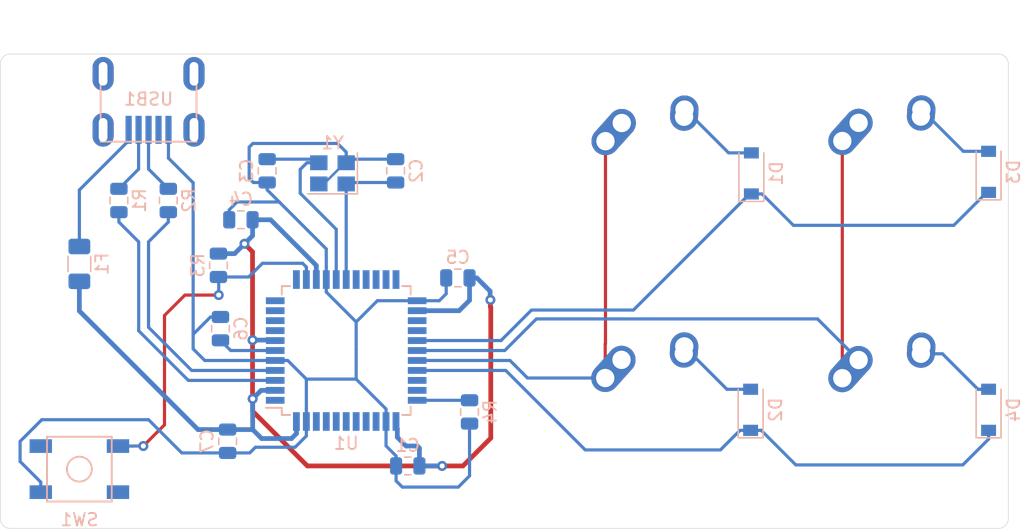
<source format=kicad_pcb>
(kicad_pcb (version 20171130) (host pcbnew "(5.1.4)-1")

  (general
    (thickness 1.6)
    (drawings 8)
    (tracks 221)
    (zones 0)
    (modules 24)
    (nets 45)
  )

  (page A4)
  (layers
    (0 F.Cu signal)
    (31 B.Cu signal)
    (32 B.Adhes user)
    (33 F.Adhes user)
    (34 B.Paste user)
    (35 F.Paste user)
    (36 B.SilkS user)
    (37 F.SilkS user)
    (38 B.Mask user)
    (39 F.Mask user)
    (40 Dwgs.User user)
    (41 Cmts.User user)
    (42 Eco1.User user)
    (43 Eco2.User user)
    (44 Edge.Cuts user)
    (45 Margin user)
    (46 B.CrtYd user)
    (47 F.CrtYd user)
    (48 B.Fab user)
    (49 F.Fab user)
  )

  (setup
    (last_trace_width 0.254)
    (trace_clearance 0.2)
    (zone_clearance 0.508)
    (zone_45_only no)
    (trace_min 0.2)
    (via_size 0.8)
    (via_drill 0.4)
    (via_min_size 0.4)
    (via_min_drill 0.3)
    (uvia_size 0.3)
    (uvia_drill 0.1)
    (uvias_allowed no)
    (uvia_min_size 0.2)
    (uvia_min_drill 0.1)
    (edge_width 0.05)
    (segment_width 0.2)
    (pcb_text_width 0.3)
    (pcb_text_size 1.5 1.5)
    (mod_edge_width 0.12)
    (mod_text_size 1 1)
    (mod_text_width 0.15)
    (pad_size 1.524 1.524)
    (pad_drill 0.762)
    (pad_to_mask_clearance 0.051)
    (solder_mask_min_width 0.25)
    (aux_axis_origin 0 0)
    (visible_elements 7FFFFFFF)
    (pcbplotparams
      (layerselection 0x010fc_ffffffff)
      (usegerberextensions false)
      (usegerberattributes false)
      (usegerberadvancedattributes false)
      (creategerberjobfile false)
      (excludeedgelayer true)
      (linewidth 0.100000)
      (plotframeref false)
      (viasonmask false)
      (mode 1)
      (useauxorigin false)
      (hpglpennumber 1)
      (hpglpenspeed 20)
      (hpglpendiameter 15.000000)
      (psnegative false)
      (psa4output false)
      (plotreference true)
      (plotvalue true)
      (plotinvisibletext false)
      (padsonsilk false)
      (subtractmaskfromsilk false)
      (outputformat 1)
      (mirror false)
      (drillshape 1)
      (scaleselection 1)
      (outputdirectory ""))
  )

  (net 0 "")
  (net 1 GND)
  (net 2 +5V)
  (net 3 "Net-(C2-Pad1)")
  (net 4 "Net-(C3-Pad1)")
  (net 5 "Net-(C6-Pad1)")
  (net 6 "Net-(D1-Pad2)")
  (net 7 ROW0)
  (net 8 "Net-(D2-Pad2)")
  (net 9 ROW1)
  (net 10 "Net-(D3-Pad2)")
  (net 11 "Net-(D4-Pad2)")
  (net 12 VCC)
  (net 13 COL0)
  (net 14 COL1)
  (net 15 D-)
  (net 16 "Net-(R1-Pad1)")
  (net 17 D+)
  (net 18 "Net-(R2-Pad1)")
  (net 19 "Net-(R3-Pad2)")
  (net 20 "Net-(R4-Pad2)")
  (net 21 "Net-(U1-Pad42)")
  (net 22 "Net-(U1-Pad41)")
  (net 23 "Net-(U1-Pad40)")
  (net 24 "Net-(U1-Pad39)")
  (net 25 "Net-(U1-Pad38)")
  (net 26 "Net-(U1-Pad37)")
  (net 27 "Net-(U1-Pad36)")
  (net 28 "Net-(U1-Pad32)")
  (net 29 "Net-(U1-Pad31)")
  (net 30 "Net-(U1-Pad26)")
  (net 31 "Net-(U1-Pad25)")
  (net 32 "Net-(U1-Pad22)")
  (net 33 "Net-(U1-Pad21)")
  (net 34 "Net-(U1-Pad20)")
  (net 35 "Net-(U1-Pad19)")
  (net 36 "Net-(U1-Pad18)")
  (net 37 "Net-(U1-Pad12)")
  (net 38 "Net-(U1-Pad11)")
  (net 39 "Net-(U1-Pad10)")
  (net 40 "Net-(U1-Pad9)")
  (net 41 "Net-(U1-Pad8)")
  (net 42 "Net-(U1-Pad1)")
  (net 43 "Net-(USB1-Pad6)")
  (net 44 "Net-(USB1-Pad2)")

  (net_class Default "This is the default net class."
    (clearance 0.2)
    (trace_width 0.254)
    (via_dia 0.8)
    (via_drill 0.4)
    (uvia_dia 0.3)
    (uvia_drill 0.1)
    (add_net COL0)
    (add_net COL1)
    (add_net D+)
    (add_net D-)
    (add_net GND)
    (add_net "Net-(C2-Pad1)")
    (add_net "Net-(C3-Pad1)")
    (add_net "Net-(C6-Pad1)")
    (add_net "Net-(D1-Pad2)")
    (add_net "Net-(D2-Pad2)")
    (add_net "Net-(D3-Pad2)")
    (add_net "Net-(D4-Pad2)")
    (add_net "Net-(R1-Pad1)")
    (add_net "Net-(R2-Pad1)")
    (add_net "Net-(R3-Pad2)")
    (add_net "Net-(R4-Pad2)")
    (add_net "Net-(U1-Pad1)")
    (add_net "Net-(U1-Pad10)")
    (add_net "Net-(U1-Pad11)")
    (add_net "Net-(U1-Pad12)")
    (add_net "Net-(U1-Pad18)")
    (add_net "Net-(U1-Pad19)")
    (add_net "Net-(U1-Pad20)")
    (add_net "Net-(U1-Pad21)")
    (add_net "Net-(U1-Pad22)")
    (add_net "Net-(U1-Pad25)")
    (add_net "Net-(U1-Pad26)")
    (add_net "Net-(U1-Pad31)")
    (add_net "Net-(U1-Pad32)")
    (add_net "Net-(U1-Pad36)")
    (add_net "Net-(U1-Pad37)")
    (add_net "Net-(U1-Pad38)")
    (add_net "Net-(U1-Pad39)")
    (add_net "Net-(U1-Pad40)")
    (add_net "Net-(U1-Pad41)")
    (add_net "Net-(U1-Pad42)")
    (add_net "Net-(U1-Pad8)")
    (add_net "Net-(U1-Pad9)")
    (add_net "Net-(USB1-Pad2)")
    (add_net "Net-(USB1-Pad6)")
    (add_net ROW0)
    (add_net ROW1)
    (add_net VCC)
  )

  (net_class Power ""
    (clearance 0.2)
    (trace_width 0.381)
    (via_dia 0.8)
    (via_drill 0.4)
    (uvia_dia 0.3)
    (uvia_drill 0.1)
    (add_net +5V)
  )

  (module Crystal:Crystal_SMD_3225-4Pin_3.2x2.5mm (layer B.Cu) (tedit 5A0FD1B2) (tstamp 603615F6)
    (at 132.39375 83.7 180)
    (descr "SMD Crystal SERIES SMD3225/4 http://www.txccrystal.com/images/pdf/7m-accuracy.pdf, 3.2x2.5mm^2 package")
    (tags "SMD SMT crystal")
    (path /603780A2)
    (attr smd)
    (fp_text reference Y1 (at 0 2.45) (layer B.SilkS)
      (effects (font (size 1 1) (thickness 0.15)) (justify mirror))
    )
    (fp_text value 16MHz (at 0 -2.45) (layer B.Fab)
      (effects (font (size 1 1) (thickness 0.15)) (justify mirror))
    )
    (fp_text user %R (at 0 0) (layer B.Fab)
      (effects (font (size 0.7 0.7) (thickness 0.105)) (justify mirror))
    )
    (fp_line (start -1.6 1.25) (end -1.6 -1.25) (layer B.Fab) (width 0.1))
    (fp_line (start -1.6 -1.25) (end 1.6 -1.25) (layer B.Fab) (width 0.1))
    (fp_line (start 1.6 -1.25) (end 1.6 1.25) (layer B.Fab) (width 0.1))
    (fp_line (start 1.6 1.25) (end -1.6 1.25) (layer B.Fab) (width 0.1))
    (fp_line (start -1.6 -0.25) (end -0.6 -1.25) (layer B.Fab) (width 0.1))
    (fp_line (start -2 1.65) (end -2 -1.65) (layer B.SilkS) (width 0.12))
    (fp_line (start -2 -1.65) (end 2 -1.65) (layer B.SilkS) (width 0.12))
    (fp_line (start -2.1 1.7) (end -2.1 -1.7) (layer B.CrtYd) (width 0.05))
    (fp_line (start -2.1 -1.7) (end 2.1 -1.7) (layer B.CrtYd) (width 0.05))
    (fp_line (start 2.1 -1.7) (end 2.1 1.7) (layer B.CrtYd) (width 0.05))
    (fp_line (start 2.1 1.7) (end -2.1 1.7) (layer B.CrtYd) (width 0.05))
    (pad 1 smd rect (at -1.1 -0.85 180) (size 1.4 1.2) (layers B.Cu B.Paste B.Mask)
      (net 3 "Net-(C2-Pad1)"))
    (pad 2 smd rect (at 1.1 -0.85 180) (size 1.4 1.2) (layers B.Cu B.Paste B.Mask)
      (net 1 GND))
    (pad 3 smd rect (at 1.1 0.85 180) (size 1.4 1.2) (layers B.Cu B.Paste B.Mask)
      (net 4 "Net-(C3-Pad1)"))
    (pad 4 smd rect (at -1.1 0.85 180) (size 1.4 1.2) (layers B.Cu B.Paste B.Mask)
      (net 1 GND))
    (model ${KISYS3DMOD}/Crystal.3dshapes/Crystal_SMD_3225-4Pin_3.2x2.5mm.wrl
      (at (xyz 0 0 0))
      (scale (xyz 1 1 1))
      (rotate (xyz 0 0 0))
    )
  )

  (module random-keyboard-parts:Molex-0548190589 (layer B.Cu) (tedit 5C494815) (tstamp 603615E2)
    (at 117.61875 75.70625 270)
    (path /60396DDB)
    (attr smd)
    (fp_text reference USB1 (at 2.032 0) (layer B.SilkS)
      (effects (font (size 1 1) (thickness 0.15)) (justify mirror))
    )
    (fp_text value Molex-0548190589 (at -5.08 0) (layer Dwgs.User)
      (effects (font (size 1 1) (thickness 0.15)))
    )
    (fp_text user %R (at 2 0) (layer B.CrtYd)
      (effects (font (size 1 1) (thickness 0.15)) (justify mirror))
    )
    (fp_line (start 3.25 1.25) (end 5.5 1.25) (layer B.CrtYd) (width 0.15))
    (fp_line (start 5.5 0.5) (end 3.25 0.5) (layer B.CrtYd) (width 0.15))
    (fp_line (start 3.25 -0.5) (end 5.5 -0.5) (layer B.CrtYd) (width 0.15))
    (fp_line (start 5.5 -1.25) (end 3.25 -1.25) (layer B.CrtYd) (width 0.15))
    (fp_line (start 3.25 -2) (end 5.5 -2) (layer B.CrtYd) (width 0.15))
    (fp_line (start 3.25 2) (end 3.25 -2) (layer B.CrtYd) (width 0.15))
    (fp_line (start 5.5 2) (end 3.25 2) (layer B.CrtYd) (width 0.15))
    (fp_line (start -3.75 -3.75) (end -3.75 3.75) (layer B.CrtYd) (width 0.15))
    (fp_line (start 5.5 -3.75) (end -3.75 -3.75) (layer B.CrtYd) (width 0.15))
    (fp_line (start 5.5 3.75) (end 5.5 -3.75) (layer B.CrtYd) (width 0.15))
    (fp_line (start -3.75 3.75) (end 5.5 3.75) (layer B.CrtYd) (width 0.15))
    (fp_line (start 0 3.85) (end 5.45 3.85) (layer B.SilkS) (width 0.15))
    (fp_line (start 0 -3.85) (end 5.45 -3.85) (layer B.SilkS) (width 0.15))
    (fp_line (start 5.45 3.85) (end 5.45 -3.85) (layer B.SilkS) (width 0.15))
    (fp_line (start -3.75 3.85) (end 0 3.85) (layer Dwgs.User) (width 0.15))
    (fp_line (start -3.75 -3.85) (end 0 -3.85) (layer Dwgs.User) (width 0.15))
    (fp_line (start -1.75 4.572) (end -1.75 -4.572) (layer Dwgs.User) (width 0.15))
    (fp_line (start -3.75 3.85) (end -3.75 -3.85) (layer Dwgs.User) (width 0.15))
    (pad 6 thru_hole oval (at 0 3.65 270) (size 2.7 1.7) (drill oval 1.9 0.7) (layers *.Cu *.Mask)
      (net 43 "Net-(USB1-Pad6)"))
    (pad 6 thru_hole oval (at 0 -3.65 270) (size 2.7 1.7) (drill oval 1.9 0.7) (layers *.Cu *.Mask)
      (net 43 "Net-(USB1-Pad6)"))
    (pad 6 thru_hole oval (at 4.5 -3.65 270) (size 2.7 1.7) (drill oval 1.9 0.7) (layers *.Cu *.Mask)
      (net 43 "Net-(USB1-Pad6)"))
    (pad 6 thru_hole oval (at 4.5 3.65 270) (size 2.7 1.7) (drill oval 1.9 0.7) (layers *.Cu *.Mask)
      (net 43 "Net-(USB1-Pad6)"))
    (pad 5 smd rect (at 4.5 1.6 270) (size 2.25 0.5) (layers B.Cu B.Paste B.Mask)
      (net 12 VCC))
    (pad 4 smd rect (at 4.5 0.8 270) (size 2.25 0.5) (layers B.Cu B.Paste B.Mask)
      (net 15 D-))
    (pad 3 smd rect (at 4.5 0 270) (size 2.25 0.5) (layers B.Cu B.Paste B.Mask)
      (net 17 D+))
    (pad 2 smd rect (at 4.5 -0.8 270) (size 2.25 0.5) (layers B.Cu B.Paste B.Mask)
      (net 44 "Net-(USB1-Pad2)"))
    (pad 1 smd rect (at 4.5 -1.6 270) (size 2.25 0.5) (layers B.Cu B.Paste B.Mask)
      (net 1 GND))
  )

  (module Package_QFP:TQFP-44_10x10mm_P0.8mm (layer B.Cu) (tedit 5A02F146) (tstamp 60363AC7)
    (at 133.49375 97.93125)
    (descr "44-Lead Plastic Thin Quad Flatpack (PT) - 10x10x1.0 mm Body [TQFP] (see Microchip Packaging Specification 00000049BS.pdf)")
    (tags "QFP 0.8")
    (path /6035AFA4)
    (attr smd)
    (fp_text reference U1 (at 0 7.45) (layer B.SilkS)
      (effects (font (size 1 1) (thickness 0.15)) (justify mirror))
    )
    (fp_text value ATmega32U4-AU (at 0 -7.45) (layer B.Fab)
      (effects (font (size 1 1) (thickness 0.15)) (justify mirror))
    )
    (fp_text user %R (at 0 0) (layer B.Fab)
      (effects (font (size 1 1) (thickness 0.15)) (justify mirror))
    )
    (fp_line (start -4 5) (end 5 5) (layer B.Fab) (width 0.15))
    (fp_line (start 5 5) (end 5 -5) (layer B.Fab) (width 0.15))
    (fp_line (start 5 -5) (end -5 -5) (layer B.Fab) (width 0.15))
    (fp_line (start -5 -5) (end -5 4) (layer B.Fab) (width 0.15))
    (fp_line (start -5 4) (end -4 5) (layer B.Fab) (width 0.15))
    (fp_line (start -6.7 6.7) (end -6.7 -6.7) (layer B.CrtYd) (width 0.05))
    (fp_line (start 6.7 6.7) (end 6.7 -6.7) (layer B.CrtYd) (width 0.05))
    (fp_line (start -6.7 6.7) (end 6.7 6.7) (layer B.CrtYd) (width 0.05))
    (fp_line (start -6.7 -6.7) (end 6.7 -6.7) (layer B.CrtYd) (width 0.05))
    (fp_line (start -5.175 5.175) (end -5.175 4.6) (layer B.SilkS) (width 0.15))
    (fp_line (start 5.175 5.175) (end 5.175 4.5) (layer B.SilkS) (width 0.15))
    (fp_line (start 5.175 -5.175) (end 5.175 -4.5) (layer B.SilkS) (width 0.15))
    (fp_line (start -5.175 -5.175) (end -5.175 -4.5) (layer B.SilkS) (width 0.15))
    (fp_line (start -5.175 5.175) (end -4.5 5.175) (layer B.SilkS) (width 0.15))
    (fp_line (start -5.175 -5.175) (end -4.5 -5.175) (layer B.SilkS) (width 0.15))
    (fp_line (start 5.175 -5.175) (end 4.5 -5.175) (layer B.SilkS) (width 0.15))
    (fp_line (start 5.175 5.175) (end 4.5 5.175) (layer B.SilkS) (width 0.15))
    (fp_line (start -5.175 4.6) (end -6.45 4.6) (layer B.SilkS) (width 0.15))
    (pad 1 smd rect (at -5.7 4) (size 1.5 0.55) (layers B.Cu B.Paste B.Mask)
      (net 42 "Net-(U1-Pad1)"))
    (pad 2 smd rect (at -5.7 3.2) (size 1.5 0.55) (layers B.Cu B.Paste B.Mask)
      (net 2 +5V))
    (pad 3 smd rect (at -5.7 2.4) (size 1.5 0.55) (layers B.Cu B.Paste B.Mask)
      (net 16 "Net-(R1-Pad1)"))
    (pad 4 smd rect (at -5.7 1.6) (size 1.5 0.55) (layers B.Cu B.Paste B.Mask)
      (net 18 "Net-(R2-Pad1)"))
    (pad 5 smd rect (at -5.7 0.8) (size 1.5 0.55) (layers B.Cu B.Paste B.Mask)
      (net 1 GND))
    (pad 6 smd rect (at -5.7 0) (size 1.5 0.55) (layers B.Cu B.Paste B.Mask)
      (net 5 "Net-(C6-Pad1)"))
    (pad 7 smd rect (at -5.7 -0.8) (size 1.5 0.55) (layers B.Cu B.Paste B.Mask)
      (net 2 +5V))
    (pad 8 smd rect (at -5.7 -1.6) (size 1.5 0.55) (layers B.Cu B.Paste B.Mask)
      (net 41 "Net-(U1-Pad8)"))
    (pad 9 smd rect (at -5.7 -2.4) (size 1.5 0.55) (layers B.Cu B.Paste B.Mask)
      (net 40 "Net-(U1-Pad9)"))
    (pad 10 smd rect (at -5.7 -3.2) (size 1.5 0.55) (layers B.Cu B.Paste B.Mask)
      (net 39 "Net-(U1-Pad10)"))
    (pad 11 smd rect (at -5.7 -4) (size 1.5 0.55) (layers B.Cu B.Paste B.Mask)
      (net 38 "Net-(U1-Pad11)"))
    (pad 12 smd rect (at -4 -5.7 270) (size 1.5 0.55) (layers B.Cu B.Paste B.Mask)
      (net 37 "Net-(U1-Pad12)"))
    (pad 13 smd rect (at -3.2 -5.7 270) (size 1.5 0.55) (layers B.Cu B.Paste B.Mask)
      (net 19 "Net-(R3-Pad2)"))
    (pad 14 smd rect (at -2.4 -5.7 270) (size 1.5 0.55) (layers B.Cu B.Paste B.Mask)
      (net 2 +5V))
    (pad 15 smd rect (at -1.6 -5.7 270) (size 1.5 0.55) (layers B.Cu B.Paste B.Mask)
      (net 1 GND))
    (pad 16 smd rect (at -0.8 -5.7 270) (size 1.5 0.55) (layers B.Cu B.Paste B.Mask)
      (net 4 "Net-(C3-Pad1)"))
    (pad 17 smd rect (at 0 -5.7 270) (size 1.5 0.55) (layers B.Cu B.Paste B.Mask)
      (net 3 "Net-(C2-Pad1)"))
    (pad 18 smd rect (at 0.8 -5.7 270) (size 1.5 0.55) (layers B.Cu B.Paste B.Mask)
      (net 36 "Net-(U1-Pad18)"))
    (pad 19 smd rect (at 1.6 -5.7 270) (size 1.5 0.55) (layers B.Cu B.Paste B.Mask)
      (net 35 "Net-(U1-Pad19)"))
    (pad 20 smd rect (at 2.4 -5.7 270) (size 1.5 0.55) (layers B.Cu B.Paste B.Mask)
      (net 34 "Net-(U1-Pad20)"))
    (pad 21 smd rect (at 3.2 -5.7 270) (size 1.5 0.55) (layers B.Cu B.Paste B.Mask)
      (net 33 "Net-(U1-Pad21)"))
    (pad 22 smd rect (at 4 -5.7 270) (size 1.5 0.55) (layers B.Cu B.Paste B.Mask)
      (net 32 "Net-(U1-Pad22)"))
    (pad 23 smd rect (at 5.7 -4) (size 1.5 0.55) (layers B.Cu B.Paste B.Mask)
      (net 1 GND))
    (pad 24 smd rect (at 5.7 -3.2) (size 1.5 0.55) (layers B.Cu B.Paste B.Mask)
      (net 2 +5V))
    (pad 25 smd rect (at 5.7 -2.4) (size 1.5 0.55) (layers B.Cu B.Paste B.Mask)
      (net 31 "Net-(U1-Pad25)"))
    (pad 26 smd rect (at 5.7 -1.6) (size 1.5 0.55) (layers B.Cu B.Paste B.Mask)
      (net 30 "Net-(U1-Pad26)"))
    (pad 27 smd rect (at 5.7 -0.8) (size 1.5 0.55) (layers B.Cu B.Paste B.Mask)
      (net 7 ROW0))
    (pad 28 smd rect (at 5.7 0) (size 1.5 0.55) (layers B.Cu B.Paste B.Mask)
      (net 14 COL1))
    (pad 29 smd rect (at 5.7 0.8) (size 1.5 0.55) (layers B.Cu B.Paste B.Mask)
      (net 13 COL0))
    (pad 30 smd rect (at 5.7 1.6) (size 1.5 0.55) (layers B.Cu B.Paste B.Mask)
      (net 9 ROW1))
    (pad 31 smd rect (at 5.7 2.4) (size 1.5 0.55) (layers B.Cu B.Paste B.Mask)
      (net 29 "Net-(U1-Pad31)"))
    (pad 32 smd rect (at 5.7 3.2) (size 1.5 0.55) (layers B.Cu B.Paste B.Mask)
      (net 28 "Net-(U1-Pad32)"))
    (pad 33 smd rect (at 5.7 4) (size 1.5 0.55) (layers B.Cu B.Paste B.Mask)
      (net 20 "Net-(R4-Pad2)"))
    (pad 34 smd rect (at 4 5.7 270) (size 1.5 0.55) (layers B.Cu B.Paste B.Mask)
      (net 2 +5V))
    (pad 35 smd rect (at 3.2 5.7 270) (size 1.5 0.55) (layers B.Cu B.Paste B.Mask)
      (net 1 GND))
    (pad 36 smd rect (at 2.4 5.7 270) (size 1.5 0.55) (layers B.Cu B.Paste B.Mask)
      (net 27 "Net-(U1-Pad36)"))
    (pad 37 smd rect (at 1.6 5.7 270) (size 1.5 0.55) (layers B.Cu B.Paste B.Mask)
      (net 26 "Net-(U1-Pad37)"))
    (pad 38 smd rect (at 0.8 5.7 270) (size 1.5 0.55) (layers B.Cu B.Paste B.Mask)
      (net 25 "Net-(U1-Pad38)"))
    (pad 39 smd rect (at 0 5.7 270) (size 1.5 0.55) (layers B.Cu B.Paste B.Mask)
      (net 24 "Net-(U1-Pad39)"))
    (pad 40 smd rect (at -0.8 5.7 270) (size 1.5 0.55) (layers B.Cu B.Paste B.Mask)
      (net 23 "Net-(U1-Pad40)"))
    (pad 41 smd rect (at -1.6 5.7 270) (size 1.5 0.55) (layers B.Cu B.Paste B.Mask)
      (net 22 "Net-(U1-Pad41)"))
    (pad 42 smd rect (at -2.4 5.7 270) (size 1.5 0.55) (layers B.Cu B.Paste B.Mask)
      (net 21 "Net-(U1-Pad42)"))
    (pad 43 smd rect (at -3.2 5.7 270) (size 1.5 0.55) (layers B.Cu B.Paste B.Mask)
      (net 1 GND))
    (pad 44 smd rect (at -4 5.7 270) (size 1.5 0.55) (layers B.Cu B.Paste B.Mask)
      (net 2 +5V))
    (model ${KISYS3DMOD}/Package_QFP.3dshapes/TQFP-44_10x10mm_P0.8mm.wrl
      (at (xyz 0 0 0))
      (scale (xyz 1 1 1))
      (rotate (xyz 0 0 0))
    )
  )

  (module random-keyboard-parts:SKQG-1155865 (layer B.Cu) (tedit 5E62B398) (tstamp 6036157F)
    (at 112.0625 107.45625 180)
    (path /6038DE87)
    (attr smd)
    (fp_text reference SW1 (at 0 -4.064) (layer B.SilkS)
      (effects (font (size 1 1) (thickness 0.15)) (justify mirror))
    )
    (fp_text value SW_Push (at 0 4.064) (layer B.Fab)
      (effects (font (size 1 1) (thickness 0.15)) (justify mirror))
    )
    (fp_line (start -2.6 -1.1) (end -1.1 -2.6) (layer B.Fab) (width 0.15))
    (fp_line (start 2.6 -1.1) (end 1.1 -2.6) (layer B.Fab) (width 0.15))
    (fp_line (start 2.6 1.1) (end 1.1 2.6) (layer B.Fab) (width 0.15))
    (fp_line (start -2.6 1.1) (end -1.1 2.6) (layer B.Fab) (width 0.15))
    (fp_circle (center 0 0) (end 1 0) (layer B.Fab) (width 0.15))
    (fp_line (start -4.2 1.1) (end -4.2 2.6) (layer B.Fab) (width 0.15))
    (fp_line (start -2.6 1.1) (end -4.2 1.1) (layer B.Fab) (width 0.15))
    (fp_line (start -2.6 -1.1) (end -2.6 1.1) (layer B.Fab) (width 0.15))
    (fp_line (start -4.2 -1.1) (end -2.6 -1.1) (layer B.Fab) (width 0.15))
    (fp_line (start -4.2 -2.6) (end -4.2 -1.1) (layer B.Fab) (width 0.15))
    (fp_line (start 4.2 -2.6) (end -4.2 -2.6) (layer B.Fab) (width 0.15))
    (fp_line (start 4.2 -1.1) (end 4.2 -2.6) (layer B.Fab) (width 0.15))
    (fp_line (start 2.6 -1.1) (end 4.2 -1.1) (layer B.Fab) (width 0.15))
    (fp_line (start 2.6 1.1) (end 2.6 -1.1) (layer B.Fab) (width 0.15))
    (fp_line (start 4.2 1.1) (end 2.6 1.1) (layer B.Fab) (width 0.15))
    (fp_line (start 4.2 2.6) (end 4.2 1.2) (layer B.Fab) (width 0.15))
    (fp_line (start -4.2 2.6) (end 4.2 2.6) (layer B.Fab) (width 0.15))
    (fp_circle (center 0 0) (end 1 0) (layer B.SilkS) (width 0.15))
    (fp_line (start -2.6 -2.6) (end -2.6 2.6) (layer B.SilkS) (width 0.15))
    (fp_line (start 2.6 -2.6) (end -2.6 -2.6) (layer B.SilkS) (width 0.15))
    (fp_line (start 2.6 2.6) (end 2.6 -2.6) (layer B.SilkS) (width 0.15))
    (fp_line (start -2.6 2.6) (end 2.6 2.6) (layer B.SilkS) (width 0.15))
    (pad 1 smd rect (at 3.1 -1.85 180) (size 1.8 1.1) (layers B.Cu B.Paste B.Mask)
      (net 1 GND))
    (pad 2 smd rect (at -3.1 1.85 180) (size 1.8 1.1) (layers B.Cu B.Paste B.Mask)
      (net 19 "Net-(R3-Pad2)"))
    (pad 3 smd rect (at 3.1 1.85 180) (size 1.8 1.1) (layers B.Cu B.Paste B.Mask))
    (pad 4 smd rect (at -3.1 -1.85 180) (size 1.8 1.1) (layers B.Cu B.Paste B.Mask))
    (model ${KISYS3DMOD}/Button_Switch_SMD.3dshapes/SW_SPST_TL3342.step
      (at (xyz 0 0 0))
      (scale (xyz 1 1 1))
      (rotate (xyz 0 0 0))
    )
  )

  (module Resistor_SMD:R_0805_2012Metric (layer B.Cu) (tedit 5B36C52B) (tstamp 60364575)
    (at 143.4 102.8625 90)
    (descr "Resistor SMD 0805 (2012 Metric), square (rectangular) end terminal, IPC_7351 nominal, (Body size source: https://docs.google.com/spreadsheets/d/1BsfQQcO9C6DZCsRaXUlFlo91Tg2WpOkGARC1WS5S8t0/edit?usp=sharing), generated with kicad-footprint-generator")
    (tags resistor)
    (path /6035F95A)
    (attr smd)
    (fp_text reference R4 (at 0 1.65 90) (layer B.SilkS)
      (effects (font (size 1 1) (thickness 0.15)) (justify mirror))
    )
    (fp_text value 10k (at 0 -1.65 90) (layer B.Fab)
      (effects (font (size 1 1) (thickness 0.15)) (justify mirror))
    )
    (fp_line (start -1 -0.6) (end -1 0.6) (layer B.Fab) (width 0.1))
    (fp_line (start -1 0.6) (end 1 0.6) (layer B.Fab) (width 0.1))
    (fp_line (start 1 0.6) (end 1 -0.6) (layer B.Fab) (width 0.1))
    (fp_line (start 1 -0.6) (end -1 -0.6) (layer B.Fab) (width 0.1))
    (fp_line (start -0.258578 0.71) (end 0.258578 0.71) (layer B.SilkS) (width 0.12))
    (fp_line (start -0.258578 -0.71) (end 0.258578 -0.71) (layer B.SilkS) (width 0.12))
    (fp_line (start -1.68 -0.95) (end -1.68 0.95) (layer B.CrtYd) (width 0.05))
    (fp_line (start -1.68 0.95) (end 1.68 0.95) (layer B.CrtYd) (width 0.05))
    (fp_line (start 1.68 0.95) (end 1.68 -0.95) (layer B.CrtYd) (width 0.05))
    (fp_line (start 1.68 -0.95) (end -1.68 -0.95) (layer B.CrtYd) (width 0.05))
    (fp_text user %R (at 0 0 90) (layer B.Fab)
      (effects (font (size 0.5 0.5) (thickness 0.08)) (justify mirror))
    )
    (pad 1 smd roundrect (at -0.9375 0 90) (size 0.975 1.4) (layers B.Cu B.Paste B.Mask) (roundrect_rratio 0.25)
      (net 1 GND))
    (pad 2 smd roundrect (at 0.9375 0 90) (size 0.975 1.4) (layers B.Cu B.Paste B.Mask) (roundrect_rratio 0.25)
      (net 20 "Net-(R4-Pad2)"))
    (model ${KISYS3DMOD}/Resistor_SMD.3dshapes/R_0805_2012Metric.wrl
      (at (xyz 0 0 0))
      (scale (xyz 1 1 1))
      (rotate (xyz 0 0 0))
    )
  )

  (module Resistor_SMD:R_0805_2012Metric (layer B.Cu) (tedit 5B36C52B) (tstamp 603727B5)
    (at 123.23318 91.08718 270)
    (descr "Resistor SMD 0805 (2012 Metric), square (rectangular) end terminal, IPC_7351 nominal, (Body size source: https://docs.google.com/spreadsheets/d/1BsfQQcO9C6DZCsRaXUlFlo91Tg2WpOkGARC1WS5S8t0/edit?usp=sharing), generated with kicad-footprint-generator")
    (tags resistor)
    (path /60390D26)
    (attr smd)
    (fp_text reference R3 (at 0 1.65 90) (layer B.SilkS)
      (effects (font (size 1 1) (thickness 0.15)) (justify mirror))
    )
    (fp_text value 10k (at 0 -1.65 90) (layer B.Fab)
      (effects (font (size 1 1) (thickness 0.15)) (justify mirror))
    )
    (fp_line (start -1 -0.6) (end -1 0.6) (layer B.Fab) (width 0.1))
    (fp_line (start -1 0.6) (end 1 0.6) (layer B.Fab) (width 0.1))
    (fp_line (start 1 0.6) (end 1 -0.6) (layer B.Fab) (width 0.1))
    (fp_line (start 1 -0.6) (end -1 -0.6) (layer B.Fab) (width 0.1))
    (fp_line (start -0.258578 0.71) (end 0.258578 0.71) (layer B.SilkS) (width 0.12))
    (fp_line (start -0.258578 -0.71) (end 0.258578 -0.71) (layer B.SilkS) (width 0.12))
    (fp_line (start -1.68 -0.95) (end -1.68 0.95) (layer B.CrtYd) (width 0.05))
    (fp_line (start -1.68 0.95) (end 1.68 0.95) (layer B.CrtYd) (width 0.05))
    (fp_line (start 1.68 0.95) (end 1.68 -0.95) (layer B.CrtYd) (width 0.05))
    (fp_line (start 1.68 -0.95) (end -1.68 -0.95) (layer B.CrtYd) (width 0.05))
    (fp_text user %R (at 0 0 90) (layer B.Fab)
      (effects (font (size 0.5 0.5) (thickness 0.08)) (justify mirror))
    )
    (pad 1 smd roundrect (at -0.9375 0 270) (size 0.975 1.4) (layers B.Cu B.Paste B.Mask) (roundrect_rratio 0.25)
      (net 2 +5V))
    (pad 2 smd roundrect (at 0.9375 0 270) (size 0.975 1.4) (layers B.Cu B.Paste B.Mask) (roundrect_rratio 0.25)
      (net 19 "Net-(R3-Pad2)"))
    (model ${KISYS3DMOD}/Resistor_SMD.3dshapes/R_0805_2012Metric.wrl
      (at (xyz 0 0 0))
      (scale (xyz 1 1 1))
      (rotate (xyz 0 0 0))
    )
  )

  (module Resistor_SMD:R_0805_2012Metric (layer B.Cu) (tedit 5B36C52B) (tstamp 6036153F)
    (at 119.20625 85.88125 90)
    (descr "Resistor SMD 0805 (2012 Metric), square (rectangular) end terminal, IPC_7351 nominal, (Body size source: https://docs.google.com/spreadsheets/d/1BsfQQcO9C6DZCsRaXUlFlo91Tg2WpOkGARC1WS5S8t0/edit?usp=sharing), generated with kicad-footprint-generator")
    (tags resistor)
    (path /603629AC)
    (attr smd)
    (fp_text reference R2 (at 0 1.65 90) (layer B.SilkS)
      (effects (font (size 1 1) (thickness 0.15)) (justify mirror))
    )
    (fp_text value 22 (at 0 -1.65 90) (layer B.Fab)
      (effects (font (size 1 1) (thickness 0.15)) (justify mirror))
    )
    (fp_line (start -1 -0.6) (end -1 0.6) (layer B.Fab) (width 0.1))
    (fp_line (start -1 0.6) (end 1 0.6) (layer B.Fab) (width 0.1))
    (fp_line (start 1 0.6) (end 1 -0.6) (layer B.Fab) (width 0.1))
    (fp_line (start 1 -0.6) (end -1 -0.6) (layer B.Fab) (width 0.1))
    (fp_line (start -0.258578 0.71) (end 0.258578 0.71) (layer B.SilkS) (width 0.12))
    (fp_line (start -0.258578 -0.71) (end 0.258578 -0.71) (layer B.SilkS) (width 0.12))
    (fp_line (start -1.68 -0.95) (end -1.68 0.95) (layer B.CrtYd) (width 0.05))
    (fp_line (start -1.68 0.95) (end 1.68 0.95) (layer B.CrtYd) (width 0.05))
    (fp_line (start 1.68 0.95) (end 1.68 -0.95) (layer B.CrtYd) (width 0.05))
    (fp_line (start 1.68 -0.95) (end -1.68 -0.95) (layer B.CrtYd) (width 0.05))
    (fp_text user %R (at 0 0 90) (layer B.Fab)
      (effects (font (size 0.5 0.5) (thickness 0.08)) (justify mirror))
    )
    (pad 1 smd roundrect (at -0.9375 0 90) (size 0.975 1.4) (layers B.Cu B.Paste B.Mask) (roundrect_rratio 0.25)
      (net 18 "Net-(R2-Pad1)"))
    (pad 2 smd roundrect (at 0.9375 0 90) (size 0.975 1.4) (layers B.Cu B.Paste B.Mask) (roundrect_rratio 0.25)
      (net 17 D+))
    (model ${KISYS3DMOD}/Resistor_SMD.3dshapes/R_0805_2012Metric.wrl
      (at (xyz 0 0 0))
      (scale (xyz 1 1 1))
      (rotate (xyz 0 0 0))
    )
  )

  (module Resistor_SMD:R_0805_2012Metric (layer B.Cu) (tedit 5B36C52B) (tstamp 603631B9)
    (at 115.2375 85.88125 90)
    (descr "Resistor SMD 0805 (2012 Metric), square (rectangular) end terminal, IPC_7351 nominal, (Body size source: https://docs.google.com/spreadsheets/d/1BsfQQcO9C6DZCsRaXUlFlo91Tg2WpOkGARC1WS5S8t0/edit?usp=sharing), generated with kicad-footprint-generator")
    (tags resistor)
    (path /60363267)
    (attr smd)
    (fp_text reference R1 (at 0 1.65 90) (layer B.SilkS)
      (effects (font (size 1 1) (thickness 0.15)) (justify mirror))
    )
    (fp_text value 22 (at 0 -1.65 90) (layer B.Fab)
      (effects (font (size 1 1) (thickness 0.15)) (justify mirror))
    )
    (fp_line (start -1 -0.6) (end -1 0.6) (layer B.Fab) (width 0.1))
    (fp_line (start -1 0.6) (end 1 0.6) (layer B.Fab) (width 0.1))
    (fp_line (start 1 0.6) (end 1 -0.6) (layer B.Fab) (width 0.1))
    (fp_line (start 1 -0.6) (end -1 -0.6) (layer B.Fab) (width 0.1))
    (fp_line (start -0.258578 0.71) (end 0.258578 0.71) (layer B.SilkS) (width 0.12))
    (fp_line (start -0.258578 -0.71) (end 0.258578 -0.71) (layer B.SilkS) (width 0.12))
    (fp_line (start -1.68 -0.95) (end -1.68 0.95) (layer B.CrtYd) (width 0.05))
    (fp_line (start -1.68 0.95) (end 1.68 0.95) (layer B.CrtYd) (width 0.05))
    (fp_line (start 1.68 0.95) (end 1.68 -0.95) (layer B.CrtYd) (width 0.05))
    (fp_line (start 1.68 -0.95) (end -1.68 -0.95) (layer B.CrtYd) (width 0.05))
    (fp_text user %R (at 0 0) (layer B.Fab)
      (effects (font (size 0.5 0.5) (thickness 0.08)) (justify mirror))
    )
    (pad 1 smd roundrect (at -0.9375 0 90) (size 0.975 1.4) (layers B.Cu B.Paste B.Mask) (roundrect_rratio 0.25)
      (net 16 "Net-(R1-Pad1)"))
    (pad 2 smd roundrect (at 0.9375 0 90) (size 0.975 1.4) (layers B.Cu B.Paste B.Mask) (roundrect_rratio 0.25)
      (net 15 D-))
    (model ${KISYS3DMOD}/Resistor_SMD.3dshapes/R_0805_2012Metric.wrl
      (at (xyz 0 0 0))
      (scale (xyz 1 1 1))
      (rotate (xyz 0 0 0))
    )
  )

  (module MX_Alps_Hybrid:MX-1U-NoLED (layer F.Cu) (tedit 5A9F5203) (tstamp 6036151D)
    (at 177.15 102.69375)
    (path /603AD67C)
    (fp_text reference MX4 (at 0 3.175) (layer Dwgs.User)
      (effects (font (size 1 1) (thickness 0.15)))
    )
    (fp_text value MX-NoLED (at 0 -7.9375) (layer Dwgs.User)
      (effects (font (size 1 1) (thickness 0.15)))
    )
    (fp_line (start -9.525 9.525) (end -9.525 -9.525) (layer Dwgs.User) (width 0.15))
    (fp_line (start 9.525 9.525) (end -9.525 9.525) (layer Dwgs.User) (width 0.15))
    (fp_line (start 9.525 -9.525) (end 9.525 9.525) (layer Dwgs.User) (width 0.15))
    (fp_line (start -9.525 -9.525) (end 9.525 -9.525) (layer Dwgs.User) (width 0.15))
    (fp_line (start -7 -7) (end -7 -5) (layer Dwgs.User) (width 0.15))
    (fp_line (start -5 -7) (end -7 -7) (layer Dwgs.User) (width 0.15))
    (fp_line (start -7 7) (end -5 7) (layer Dwgs.User) (width 0.15))
    (fp_line (start -7 5) (end -7 7) (layer Dwgs.User) (width 0.15))
    (fp_line (start 7 7) (end 7 5) (layer Dwgs.User) (width 0.15))
    (fp_line (start 5 7) (end 7 7) (layer Dwgs.User) (width 0.15))
    (fp_line (start 7 -7) (end 7 -5) (layer Dwgs.User) (width 0.15))
    (fp_line (start 5 -7) (end 7 -7) (layer Dwgs.User) (width 0.15))
    (pad "" np_thru_hole circle (at 5.08 0 48.0996) (size 1.75 1.75) (drill 1.75) (layers *.Cu *.Mask))
    (pad "" np_thru_hole circle (at -5.08 0 48.0996) (size 1.75 1.75) (drill 1.75) (layers *.Cu *.Mask))
    (pad 1 thru_hole circle (at -2.5 -4) (size 2.25 2.25) (drill 1.47) (layers *.Cu B.Mask)
      (net 14 COL1))
    (pad "" np_thru_hole circle (at 0 0) (size 3.9878 3.9878) (drill 3.9878) (layers *.Cu *.Mask))
    (pad 1 thru_hole oval (at -3.81 -2.54 48.0996) (size 4.211556 2.25) (drill 1.47 (offset 0.980778 0)) (layers *.Cu B.Mask)
      (net 14 COL1))
    (pad 2 thru_hole circle (at 2.54 -5.08) (size 2.25 2.25) (drill 1.47) (layers *.Cu B.Mask)
      (net 11 "Net-(D4-Pad2)"))
    (pad 2 thru_hole oval (at 2.5 -4.5 86.0548) (size 2.831378 2.25) (drill 1.47 (offset 0.290689 0)) (layers *.Cu B.Mask)
      (net 11 "Net-(D4-Pad2)"))
  )

  (module MX_Alps_Hybrid:MX-1U-NoLED (layer F.Cu) (tedit 5A9F5203) (tstamp 60361506)
    (at 177.15 83.64375)
    (path /603ABCD8)
    (fp_text reference MX3 (at 0 3.175) (layer Dwgs.User)
      (effects (font (size 1 1) (thickness 0.15)))
    )
    (fp_text value MX-NoLED (at 0 -7.9375) (layer Dwgs.User)
      (effects (font (size 1 1) (thickness 0.15)))
    )
    (fp_line (start -9.525 9.525) (end -9.525 -9.525) (layer Dwgs.User) (width 0.15))
    (fp_line (start 9.525 9.525) (end -9.525 9.525) (layer Dwgs.User) (width 0.15))
    (fp_line (start 9.525 -9.525) (end 9.525 9.525) (layer Dwgs.User) (width 0.15))
    (fp_line (start -9.525 -9.525) (end 9.525 -9.525) (layer Dwgs.User) (width 0.15))
    (fp_line (start -7 -7) (end -7 -5) (layer Dwgs.User) (width 0.15))
    (fp_line (start -5 -7) (end -7 -7) (layer Dwgs.User) (width 0.15))
    (fp_line (start -7 7) (end -5 7) (layer Dwgs.User) (width 0.15))
    (fp_line (start -7 5) (end -7 7) (layer Dwgs.User) (width 0.15))
    (fp_line (start 7 7) (end 7 5) (layer Dwgs.User) (width 0.15))
    (fp_line (start 5 7) (end 7 7) (layer Dwgs.User) (width 0.15))
    (fp_line (start 7 -7) (end 7 -5) (layer Dwgs.User) (width 0.15))
    (fp_line (start 5 -7) (end 7 -7) (layer Dwgs.User) (width 0.15))
    (pad "" np_thru_hole circle (at 5.08 0 48.0996) (size 1.75 1.75) (drill 1.75) (layers *.Cu *.Mask))
    (pad "" np_thru_hole circle (at -5.08 0 48.0996) (size 1.75 1.75) (drill 1.75) (layers *.Cu *.Mask))
    (pad 1 thru_hole circle (at -2.5 -4) (size 2.25 2.25) (drill 1.47) (layers *.Cu B.Mask)
      (net 14 COL1))
    (pad "" np_thru_hole circle (at 0 0) (size 3.9878 3.9878) (drill 3.9878) (layers *.Cu *.Mask))
    (pad 1 thru_hole oval (at -3.81 -2.54 48.0996) (size 4.211556 2.25) (drill 1.47 (offset 0.980778 0)) (layers *.Cu B.Mask)
      (net 14 COL1))
    (pad 2 thru_hole circle (at 2.54 -5.08) (size 2.25 2.25) (drill 1.47) (layers *.Cu B.Mask)
      (net 10 "Net-(D3-Pad2)"))
    (pad 2 thru_hole oval (at 2.5 -4.5 86.0548) (size 2.831378 2.25) (drill 1.47 (offset 0.290689 0)) (layers *.Cu B.Mask)
      (net 10 "Net-(D3-Pad2)"))
  )

  (module MX_Alps_Hybrid:MX-1U-NoLED (layer F.Cu) (tedit 5A9F5203) (tstamp 603614EF)
    (at 158.10738 102.6795)
    (path /603AD667)
    (fp_text reference MX2 (at 0 3.175) (layer Dwgs.User)
      (effects (font (size 1 1) (thickness 0.15)))
    )
    (fp_text value MX-NoLED (at 0 -7.9375) (layer Dwgs.User)
      (effects (font (size 1 1) (thickness 0.15)))
    )
    (fp_line (start -9.525 9.525) (end -9.525 -9.525) (layer Dwgs.User) (width 0.15))
    (fp_line (start 9.525 9.525) (end -9.525 9.525) (layer Dwgs.User) (width 0.15))
    (fp_line (start 9.525 -9.525) (end 9.525 9.525) (layer Dwgs.User) (width 0.15))
    (fp_line (start -9.525 -9.525) (end 9.525 -9.525) (layer Dwgs.User) (width 0.15))
    (fp_line (start -7 -7) (end -7 -5) (layer Dwgs.User) (width 0.15))
    (fp_line (start -5 -7) (end -7 -7) (layer Dwgs.User) (width 0.15))
    (fp_line (start -7 7) (end -5 7) (layer Dwgs.User) (width 0.15))
    (fp_line (start -7 5) (end -7 7) (layer Dwgs.User) (width 0.15))
    (fp_line (start 7 7) (end 7 5) (layer Dwgs.User) (width 0.15))
    (fp_line (start 5 7) (end 7 7) (layer Dwgs.User) (width 0.15))
    (fp_line (start 7 -7) (end 7 -5) (layer Dwgs.User) (width 0.15))
    (fp_line (start 5 -7) (end 7 -7) (layer Dwgs.User) (width 0.15))
    (pad "" np_thru_hole circle (at 5.08 0 48.0996) (size 1.75 1.75) (drill 1.75) (layers *.Cu *.Mask))
    (pad "" np_thru_hole circle (at -5.08 0 48.0996) (size 1.75 1.75) (drill 1.75) (layers *.Cu *.Mask))
    (pad 1 thru_hole circle (at -2.5 -4) (size 2.25 2.25) (drill 1.47) (layers *.Cu B.Mask)
      (net 13 COL0))
    (pad "" np_thru_hole circle (at 0 0) (size 3.9878 3.9878) (drill 3.9878) (layers *.Cu *.Mask))
    (pad 1 thru_hole oval (at -3.81 -2.54 48.0996) (size 4.211556 2.25) (drill 1.47 (offset 0.980778 0)) (layers *.Cu B.Mask)
      (net 13 COL0))
    (pad 2 thru_hole circle (at 2.54 -5.08) (size 2.25 2.25) (drill 1.47) (layers *.Cu B.Mask)
      (net 8 "Net-(D2-Pad2)"))
    (pad 2 thru_hole oval (at 2.5 -4.5 86.0548) (size 2.831378 2.25) (drill 1.47 (offset 0.290689 0)) (layers *.Cu B.Mask)
      (net 8 "Net-(D2-Pad2)"))
  )

  (module MX_Alps_Hybrid:MX-1U-NoLED (layer F.Cu) (tedit 5A9F5203) (tstamp 603614D8)
    (at 158.1277 83.65744)
    (path /6039F9D3)
    (fp_text reference MX1 (at 0 3.175) (layer Dwgs.User)
      (effects (font (size 1 1) (thickness 0.15)))
    )
    (fp_text value MX-NoLED (at 0 -7.9375) (layer Dwgs.User)
      (effects (font (size 1 1) (thickness 0.15)))
    )
    (fp_line (start -9.525 9.525) (end -9.525 -9.525) (layer Dwgs.User) (width 0.15))
    (fp_line (start 9.525 9.525) (end -9.525 9.525) (layer Dwgs.User) (width 0.15))
    (fp_line (start 9.525 -9.525) (end 9.525 9.525) (layer Dwgs.User) (width 0.15))
    (fp_line (start -9.525 -9.525) (end 9.525 -9.525) (layer Dwgs.User) (width 0.15))
    (fp_line (start -7 -7) (end -7 -5) (layer Dwgs.User) (width 0.15))
    (fp_line (start -5 -7) (end -7 -7) (layer Dwgs.User) (width 0.15))
    (fp_line (start -7 7) (end -5 7) (layer Dwgs.User) (width 0.15))
    (fp_line (start -7 5) (end -7 7) (layer Dwgs.User) (width 0.15))
    (fp_line (start 7 7) (end 7 5) (layer Dwgs.User) (width 0.15))
    (fp_line (start 5 7) (end 7 7) (layer Dwgs.User) (width 0.15))
    (fp_line (start 7 -7) (end 7 -5) (layer Dwgs.User) (width 0.15))
    (fp_line (start 5 -7) (end 7 -7) (layer Dwgs.User) (width 0.15))
    (pad "" np_thru_hole circle (at 5.08 0 48.0996) (size 1.75 1.75) (drill 1.75) (layers *.Cu *.Mask))
    (pad "" np_thru_hole circle (at -5.08 0 48.0996) (size 1.75 1.75) (drill 1.75) (layers *.Cu *.Mask))
    (pad 1 thru_hole circle (at -2.5 -4) (size 2.25 2.25) (drill 1.47) (layers *.Cu B.Mask)
      (net 13 COL0))
    (pad "" np_thru_hole circle (at 0 0) (size 3.9878 3.9878) (drill 3.9878) (layers *.Cu *.Mask))
    (pad 1 thru_hole oval (at -3.81 -2.54 48.0996) (size 4.211556 2.25) (drill 1.47 (offset 0.980778 0)) (layers *.Cu B.Mask)
      (net 13 COL0))
    (pad 2 thru_hole circle (at 2.54 -5.08) (size 2.25 2.25) (drill 1.47) (layers *.Cu B.Mask)
      (net 6 "Net-(D1-Pad2)"))
    (pad 2 thru_hole oval (at 2.5 -4.5 86.0548) (size 2.831378 2.25) (drill 1.47 (offset 0.290689 0)) (layers *.Cu B.Mask)
      (net 6 "Net-(D1-Pad2)"))
  )

  (module Fuse:Fuse_1206_3216Metric (layer B.Cu) (tedit 5B301BBE) (tstamp 603614C1)
    (at 112.0625 90.975 90)
    (descr "Fuse SMD 1206 (3216 Metric), square (rectangular) end terminal, IPC_7351 nominal, (Body size source: http://www.tortai-tech.com/upload/download/2011102023233369053.pdf), generated with kicad-footprint-generator")
    (tags resistor)
    (path /6039A1E1)
    (attr smd)
    (fp_text reference F1 (at 0 1.82 90) (layer B.SilkS)
      (effects (font (size 1 1) (thickness 0.15)) (justify mirror))
    )
    (fp_text value 500mA (at 0 -1.82 90) (layer B.Fab)
      (effects (font (size 1 1) (thickness 0.15)) (justify mirror))
    )
    (fp_line (start -1.6 -0.8) (end -1.6 0.8) (layer B.Fab) (width 0.1))
    (fp_line (start -1.6 0.8) (end 1.6 0.8) (layer B.Fab) (width 0.1))
    (fp_line (start 1.6 0.8) (end 1.6 -0.8) (layer B.Fab) (width 0.1))
    (fp_line (start 1.6 -0.8) (end -1.6 -0.8) (layer B.Fab) (width 0.1))
    (fp_line (start -0.602064 0.91) (end 0.602064 0.91) (layer B.SilkS) (width 0.12))
    (fp_line (start -0.602064 -0.91) (end 0.602064 -0.91) (layer B.SilkS) (width 0.12))
    (fp_line (start -2.28 -1.12) (end -2.28 1.12) (layer B.CrtYd) (width 0.05))
    (fp_line (start -2.28 1.12) (end 2.28 1.12) (layer B.CrtYd) (width 0.05))
    (fp_line (start 2.28 1.12) (end 2.28 -1.12) (layer B.CrtYd) (width 0.05))
    (fp_line (start 2.28 -1.12) (end -2.28 -1.12) (layer B.CrtYd) (width 0.05))
    (fp_text user %R (at 0 0 90) (layer B.Fab)
      (effects (font (size 0.8 0.8) (thickness 0.12)) (justify mirror))
    )
    (pad 1 smd roundrect (at -1.4 0 90) (size 1.25 1.75) (layers B.Cu B.Paste B.Mask) (roundrect_rratio 0.2)
      (net 2 +5V))
    (pad 2 smd roundrect (at 1.4 0 90) (size 1.25 1.75) (layers B.Cu B.Paste B.Mask) (roundrect_rratio 0.2)
      (net 12 VCC))
    (model ${KISYS3DMOD}/Fuse.3dshapes/Fuse_1206_3216Metric.wrl
      (at (xyz 0 0 0))
      (scale (xyz 1 1 1))
      (rotate (xyz 0 0 0))
    )
  )

  (module Diode_SMD:D_SOD-123 (layer B.Cu) (tedit 58645DC7) (tstamp 603614B0)
    (at 185.0875 102.69375 90)
    (descr SOD-123)
    (tags SOD-123)
    (path /603AD686)
    (attr smd)
    (fp_text reference D4 (at 0 2 270) (layer B.SilkS)
      (effects (font (size 1 1) (thickness 0.15)) (justify mirror))
    )
    (fp_text value D_Small (at 0 -2.1 270) (layer B.Fab)
      (effects (font (size 1 1) (thickness 0.15)) (justify mirror))
    )
    (fp_line (start -2.25 1) (end 1.65 1) (layer B.SilkS) (width 0.12))
    (fp_line (start -2.25 -1) (end 1.65 -1) (layer B.SilkS) (width 0.12))
    (fp_line (start -2.35 1.15) (end -2.35 -1.15) (layer B.CrtYd) (width 0.05))
    (fp_line (start 2.35 -1.15) (end -2.35 -1.15) (layer B.CrtYd) (width 0.05))
    (fp_line (start 2.35 1.15) (end 2.35 -1.15) (layer B.CrtYd) (width 0.05))
    (fp_line (start -2.35 1.15) (end 2.35 1.15) (layer B.CrtYd) (width 0.05))
    (fp_line (start -1.4 0.9) (end 1.4 0.9) (layer B.Fab) (width 0.1))
    (fp_line (start 1.4 0.9) (end 1.4 -0.9) (layer B.Fab) (width 0.1))
    (fp_line (start 1.4 -0.9) (end -1.4 -0.9) (layer B.Fab) (width 0.1))
    (fp_line (start -1.4 -0.9) (end -1.4 0.9) (layer B.Fab) (width 0.1))
    (fp_line (start -0.75 0) (end -0.35 0) (layer B.Fab) (width 0.1))
    (fp_line (start -0.35 0) (end -0.35 0.55) (layer B.Fab) (width 0.1))
    (fp_line (start -0.35 0) (end -0.35 -0.55) (layer B.Fab) (width 0.1))
    (fp_line (start -0.35 0) (end 0.25 0.4) (layer B.Fab) (width 0.1))
    (fp_line (start 0.25 0.4) (end 0.25 -0.4) (layer B.Fab) (width 0.1))
    (fp_line (start 0.25 -0.4) (end -0.35 0) (layer B.Fab) (width 0.1))
    (fp_line (start 0.25 0) (end 0.75 0) (layer B.Fab) (width 0.1))
    (fp_line (start -2.25 1) (end -2.25 -1) (layer B.SilkS) (width 0.12))
    (fp_text user %R (at 0 2 270) (layer B.Fab)
      (effects (font (size 1 1) (thickness 0.15)) (justify mirror))
    )
    (pad 2 smd rect (at 1.65 0 90) (size 0.9 1.2) (layers B.Cu B.Paste B.Mask)
      (net 11 "Net-(D4-Pad2)"))
    (pad 1 smd rect (at -1.65 0 90) (size 0.9 1.2) (layers B.Cu B.Paste B.Mask)
      (net 9 ROW1))
    (model ${KISYS3DMOD}/Diode_SMD.3dshapes/D_SOD-123.wrl
      (at (xyz 0 0 0))
      (scale (xyz 1 1 1))
      (rotate (xyz 0 0 0))
    )
  )

  (module Diode_SMD:D_SOD-123 (layer B.Cu) (tedit 58645DC7) (tstamp 60361497)
    (at 185.0875 83.58125 90)
    (descr SOD-123)
    (tags SOD-123)
    (path /603ABCE2)
    (attr smd)
    (fp_text reference D3 (at 0 2 90) (layer B.SilkS)
      (effects (font (size 1 1) (thickness 0.15)) (justify mirror))
    )
    (fp_text value D_Small (at 0 -2.1 270) (layer B.Fab)
      (effects (font (size 1 1) (thickness 0.15)) (justify mirror))
    )
    (fp_line (start -2.25 1) (end 1.65 1) (layer B.SilkS) (width 0.12))
    (fp_line (start -2.25 -1) (end 1.65 -1) (layer B.SilkS) (width 0.12))
    (fp_line (start -2.35 1.15) (end -2.35 -1.15) (layer B.CrtYd) (width 0.05))
    (fp_line (start 2.35 -1.15) (end -2.35 -1.15) (layer B.CrtYd) (width 0.05))
    (fp_line (start 2.35 1.15) (end 2.35 -1.15) (layer B.CrtYd) (width 0.05))
    (fp_line (start -2.35 1.15) (end 2.35 1.15) (layer B.CrtYd) (width 0.05))
    (fp_line (start -1.4 0.9) (end 1.4 0.9) (layer B.Fab) (width 0.1))
    (fp_line (start 1.4 0.9) (end 1.4 -0.9) (layer B.Fab) (width 0.1))
    (fp_line (start 1.4 -0.9) (end -1.4 -0.9) (layer B.Fab) (width 0.1))
    (fp_line (start -1.4 -0.9) (end -1.4 0.9) (layer B.Fab) (width 0.1))
    (fp_line (start -0.75 0) (end -0.35 0) (layer B.Fab) (width 0.1))
    (fp_line (start -0.35 0) (end -0.35 0.55) (layer B.Fab) (width 0.1))
    (fp_line (start -0.35 0) (end -0.35 -0.55) (layer B.Fab) (width 0.1))
    (fp_line (start -0.35 0) (end 0.25 0.4) (layer B.Fab) (width 0.1))
    (fp_line (start 0.25 0.4) (end 0.25 -0.4) (layer B.Fab) (width 0.1))
    (fp_line (start 0.25 -0.4) (end -0.35 0) (layer B.Fab) (width 0.1))
    (fp_line (start 0.25 0) (end 0.75 0) (layer B.Fab) (width 0.1))
    (fp_line (start -2.25 1) (end -2.25 -1) (layer B.SilkS) (width 0.12))
    (fp_text user %R (at 0 2 90) (layer B.Fab)
      (effects (font (size 1 1) (thickness 0.15)) (justify mirror))
    )
    (pad 2 smd rect (at 1.65 0 90) (size 0.9 1.2) (layers B.Cu B.Paste B.Mask)
      (net 10 "Net-(D3-Pad2)"))
    (pad 1 smd rect (at -1.65 0 90) (size 0.9 1.2) (layers B.Cu B.Paste B.Mask)
      (net 7 ROW0))
    (model ${KISYS3DMOD}/Diode_SMD.3dshapes/D_SOD-123.wrl
      (at (xyz 0 0 0))
      (scale (xyz 1 1 1))
      (rotate (xyz 0 0 0))
    )
  )

  (module Diode_SMD:D_SOD-123 (layer B.Cu) (tedit 58645DC7) (tstamp 6036147E)
    (at 165.975 102.69375 90)
    (descr SOD-123)
    (tags SOD-123)
    (path /603AD671)
    (attr smd)
    (fp_text reference D2 (at 0 2 270) (layer B.SilkS)
      (effects (font (size 1 1) (thickness 0.15)) (justify mirror))
    )
    (fp_text value D_Small (at 0 -2.1 270) (layer B.Fab)
      (effects (font (size 1 1) (thickness 0.15)) (justify mirror))
    )
    (fp_line (start -2.25 1) (end 1.65 1) (layer B.SilkS) (width 0.12))
    (fp_line (start -2.25 -1) (end 1.65 -1) (layer B.SilkS) (width 0.12))
    (fp_line (start -2.35 1.15) (end -2.35 -1.15) (layer B.CrtYd) (width 0.05))
    (fp_line (start 2.35 -1.15) (end -2.35 -1.15) (layer B.CrtYd) (width 0.05))
    (fp_line (start 2.35 1.15) (end 2.35 -1.15) (layer B.CrtYd) (width 0.05))
    (fp_line (start -2.35 1.15) (end 2.35 1.15) (layer B.CrtYd) (width 0.05))
    (fp_line (start -1.4 0.9) (end 1.4 0.9) (layer B.Fab) (width 0.1))
    (fp_line (start 1.4 0.9) (end 1.4 -0.9) (layer B.Fab) (width 0.1))
    (fp_line (start 1.4 -0.9) (end -1.4 -0.9) (layer B.Fab) (width 0.1))
    (fp_line (start -1.4 -0.9) (end -1.4 0.9) (layer B.Fab) (width 0.1))
    (fp_line (start -0.75 0) (end -0.35 0) (layer B.Fab) (width 0.1))
    (fp_line (start -0.35 0) (end -0.35 0.55) (layer B.Fab) (width 0.1))
    (fp_line (start -0.35 0) (end -0.35 -0.55) (layer B.Fab) (width 0.1))
    (fp_line (start -0.35 0) (end 0.25 0.4) (layer B.Fab) (width 0.1))
    (fp_line (start 0.25 0.4) (end 0.25 -0.4) (layer B.Fab) (width 0.1))
    (fp_line (start 0.25 -0.4) (end -0.35 0) (layer B.Fab) (width 0.1))
    (fp_line (start 0.25 0) (end 0.75 0) (layer B.Fab) (width 0.1))
    (fp_line (start -2.25 1) (end -2.25 -1) (layer B.SilkS) (width 0.12))
    (fp_text user %R (at 0 2 270) (layer B.Fab)
      (effects (font (size 1 1) (thickness 0.15)) (justify mirror))
    )
    (pad 2 smd rect (at 1.65 0 90) (size 0.9 1.2) (layers B.Cu B.Paste B.Mask)
      (net 8 "Net-(D2-Pad2)"))
    (pad 1 smd rect (at -1.65 0 90) (size 0.9 1.2) (layers B.Cu B.Paste B.Mask)
      (net 9 ROW1))
    (model ${KISYS3DMOD}/Diode_SMD.3dshapes/D_SOD-123.wrl
      (at (xyz 0 0 0))
      (scale (xyz 1 1 1))
      (rotate (xyz 0 0 0))
    )
  )

  (module Diode_SMD:D_SOD-123 (layer B.Cu) (tedit 58645DC7) (tstamp 60361465)
    (at 166.0375 83.70625 90)
    (descr SOD-123)
    (tags SOD-123)
    (path /603A2E93)
    (attr smd)
    (fp_text reference D1 (at 0 2 90) (layer B.SilkS)
      (effects (font (size 1 1) (thickness 0.15)) (justify mirror))
    )
    (fp_text value D_Small (at 0 -2.1 90) (layer B.Fab)
      (effects (font (size 1 1) (thickness 0.15)) (justify mirror))
    )
    (fp_line (start -2.25 1) (end 1.65 1) (layer B.SilkS) (width 0.12))
    (fp_line (start -2.25 -1) (end 1.65 -1) (layer B.SilkS) (width 0.12))
    (fp_line (start -2.35 1.15) (end -2.35 -1.15) (layer B.CrtYd) (width 0.05))
    (fp_line (start 2.35 -1.15) (end -2.35 -1.15) (layer B.CrtYd) (width 0.05))
    (fp_line (start 2.35 1.15) (end 2.35 -1.15) (layer B.CrtYd) (width 0.05))
    (fp_line (start -2.35 1.15) (end 2.35 1.15) (layer B.CrtYd) (width 0.05))
    (fp_line (start -1.4 0.9) (end 1.4 0.9) (layer B.Fab) (width 0.1))
    (fp_line (start 1.4 0.9) (end 1.4 -0.9) (layer B.Fab) (width 0.1))
    (fp_line (start 1.4 -0.9) (end -1.4 -0.9) (layer B.Fab) (width 0.1))
    (fp_line (start -1.4 -0.9) (end -1.4 0.9) (layer B.Fab) (width 0.1))
    (fp_line (start -0.75 0) (end -0.35 0) (layer B.Fab) (width 0.1))
    (fp_line (start -0.35 0) (end -0.35 0.55) (layer B.Fab) (width 0.1))
    (fp_line (start -0.35 0) (end -0.35 -0.55) (layer B.Fab) (width 0.1))
    (fp_line (start -0.35 0) (end 0.25 0.4) (layer B.Fab) (width 0.1))
    (fp_line (start 0.25 0.4) (end 0.25 -0.4) (layer B.Fab) (width 0.1))
    (fp_line (start 0.25 -0.4) (end -0.35 0) (layer B.Fab) (width 0.1))
    (fp_line (start 0.25 0) (end 0.75 0) (layer B.Fab) (width 0.1))
    (fp_line (start -2.25 1) (end -2.25 -1) (layer B.SilkS) (width 0.12))
    (fp_text user %R (at 0 2 90) (layer B.Fab)
      (effects (font (size 1 1) (thickness 0.15)) (justify mirror))
    )
    (pad 2 smd rect (at 1.65 0 90) (size 0.9 1.2) (layers B.Cu B.Paste B.Mask)
      (net 6 "Net-(D1-Pad2)"))
    (pad 1 smd rect (at -1.65 0 90) (size 0.9 1.2) (layers B.Cu B.Paste B.Mask)
      (net 7 ROW0))
    (model ${KISYS3DMOD}/Diode_SMD.3dshapes/D_SOD-123.wrl
      (at (xyz 0 0 0))
      (scale (xyz 1 1 1))
      (rotate (xyz 0 0 0))
    )
  )

  (module Capacitor_SMD:C_0805_2012Metric (layer B.Cu) (tedit 5B36C52B) (tstamp 60362FA6)
    (at 123.96875 105.21875 270)
    (descr "Capacitor SMD 0805 (2012 Metric), square (rectangular) end terminal, IPC_7351 nominal, (Body size source: https://docs.google.com/spreadsheets/d/1BsfQQcO9C6DZCsRaXUlFlo91Tg2WpOkGARC1WS5S8t0/edit?usp=sharing), generated with kicad-footprint-generator")
    (tags capacitor)
    (path /6036D0E6)
    (attr smd)
    (fp_text reference C7 (at 0 1.65 90) (layer B.SilkS)
      (effects (font (size 1 1) (thickness 0.15)) (justify mirror))
    )
    (fp_text value 10uF (at 0 -1.65 90) (layer B.Fab)
      (effects (font (size 1 1) (thickness 0.15)) (justify mirror))
    )
    (fp_line (start -1 -0.6) (end -1 0.6) (layer B.Fab) (width 0.1))
    (fp_line (start -1 0.6) (end 1 0.6) (layer B.Fab) (width 0.1))
    (fp_line (start 1 0.6) (end 1 -0.6) (layer B.Fab) (width 0.1))
    (fp_line (start 1 -0.6) (end -1 -0.6) (layer B.Fab) (width 0.1))
    (fp_line (start -0.258578 0.71) (end 0.258578 0.71) (layer B.SilkS) (width 0.12))
    (fp_line (start -0.258578 -0.71) (end 0.258578 -0.71) (layer B.SilkS) (width 0.12))
    (fp_line (start -1.68 -0.95) (end -1.68 0.95) (layer B.CrtYd) (width 0.05))
    (fp_line (start -1.68 0.95) (end 1.68 0.95) (layer B.CrtYd) (width 0.05))
    (fp_line (start 1.68 0.95) (end 1.68 -0.95) (layer B.CrtYd) (width 0.05))
    (fp_line (start 1.68 -0.95) (end -1.68 -0.95) (layer B.CrtYd) (width 0.05))
    (fp_text user %R (at 0 0 90) (layer B.Fab)
      (effects (font (size 0.5 0.5) (thickness 0.08)) (justify mirror))
    )
    (pad 1 smd roundrect (at -0.9375 0 270) (size 0.975 1.4) (layers B.Cu B.Paste B.Mask) (roundrect_rratio 0.25)
      (net 2 +5V))
    (pad 2 smd roundrect (at 0.9375 0 270) (size 0.975 1.4) (layers B.Cu B.Paste B.Mask) (roundrect_rratio 0.25)
      (net 1 GND))
    (model ${KISYS3DMOD}/Capacitor_SMD.3dshapes/C_0805_2012Metric.wrl
      (at (xyz 0 0 0))
      (scale (xyz 1 1 1))
      (rotate (xyz 0 0 0))
    )
  )

  (module Capacitor_SMD:C_0805_2012Metric (layer B.Cu) (tedit 5B36C52B) (tstamp 60372949)
    (at 123.39574 96.17432 90)
    (descr "Capacitor SMD 0805 (2012 Metric), square (rectangular) end terminal, IPC_7351 nominal, (Body size source: https://docs.google.com/spreadsheets/d/1BsfQQcO9C6DZCsRaXUlFlo91Tg2WpOkGARC1WS5S8t0/edit?usp=sharing), generated with kicad-footprint-generator")
    (tags capacitor)
    (path /60366EFA)
    (attr smd)
    (fp_text reference C6 (at 0 1.65 90) (layer B.SilkS)
      (effects (font (size 1 1) (thickness 0.15)) (justify mirror))
    )
    (fp_text value 1uF (at 0 -1.65 270) (layer B.Fab)
      (effects (font (size 1 1) (thickness 0.15)) (justify mirror))
    )
    (fp_line (start -1 -0.6) (end -1 0.6) (layer B.Fab) (width 0.1))
    (fp_line (start -1 0.6) (end 1 0.6) (layer B.Fab) (width 0.1))
    (fp_line (start 1 0.6) (end 1 -0.6) (layer B.Fab) (width 0.1))
    (fp_line (start 1 -0.6) (end -1 -0.6) (layer B.Fab) (width 0.1))
    (fp_line (start -0.258578 0.71) (end 0.258578 0.71) (layer B.SilkS) (width 0.12))
    (fp_line (start -0.258578 -0.71) (end 0.258578 -0.71) (layer B.SilkS) (width 0.12))
    (fp_line (start -1.68 -0.95) (end -1.68 0.95) (layer B.CrtYd) (width 0.05))
    (fp_line (start -1.68 0.95) (end 1.68 0.95) (layer B.CrtYd) (width 0.05))
    (fp_line (start 1.68 0.95) (end 1.68 -0.95) (layer B.CrtYd) (width 0.05))
    (fp_line (start 1.68 -0.95) (end -1.68 -0.95) (layer B.CrtYd) (width 0.05))
    (fp_text user %R (at 0 0 90) (layer B.Fab)
      (effects (font (size 0.5 0.5) (thickness 0.08)) (justify mirror))
    )
    (pad 1 smd roundrect (at -0.9375 0 90) (size 0.975 1.4) (layers B.Cu B.Paste B.Mask) (roundrect_rratio 0.25)
      (net 5 "Net-(C6-Pad1)"))
    (pad 2 smd roundrect (at 0.9375 0 90) (size 0.975 1.4) (layers B.Cu B.Paste B.Mask) (roundrect_rratio 0.25)
      (net 1 GND))
    (model ${KISYS3DMOD}/Capacitor_SMD.3dshapes/C_0805_2012Metric.wrl
      (at (xyz 0 0 0))
      (scale (xyz 1 1 1))
      (rotate (xyz 0 0 0))
    )
  )

  (module Capacitor_SMD:C_0805_2012Metric (layer B.Cu) (tedit 5B36C52B) (tstamp 60364523)
    (at 142.4625 92.1 180)
    (descr "Capacitor SMD 0805 (2012 Metric), square (rectangular) end terminal, IPC_7351 nominal, (Body size source: https://docs.google.com/spreadsheets/d/1BsfQQcO9C6DZCsRaXUlFlo91Tg2WpOkGARC1WS5S8t0/edit?usp=sharing), generated with kicad-footprint-generator")
    (tags capacitor)
    (path /6036CA71)
    (attr smd)
    (fp_text reference C5 (at 0 1.65) (layer B.SilkS)
      (effects (font (size 1 1) (thickness 0.15)) (justify mirror))
    )
    (fp_text value 0.1uF (at 0 -1.65) (layer B.Fab)
      (effects (font (size 1 1) (thickness 0.15)) (justify mirror))
    )
    (fp_line (start -1 -0.6) (end -1 0.6) (layer B.Fab) (width 0.1))
    (fp_line (start -1 0.6) (end 1 0.6) (layer B.Fab) (width 0.1))
    (fp_line (start 1 0.6) (end 1 -0.6) (layer B.Fab) (width 0.1))
    (fp_line (start 1 -0.6) (end -1 -0.6) (layer B.Fab) (width 0.1))
    (fp_line (start -0.258578 0.71) (end 0.258578 0.71) (layer B.SilkS) (width 0.12))
    (fp_line (start -0.258578 -0.71) (end 0.258578 -0.71) (layer B.SilkS) (width 0.12))
    (fp_line (start -1.68 -0.95) (end -1.68 0.95) (layer B.CrtYd) (width 0.05))
    (fp_line (start -1.68 0.95) (end 1.68 0.95) (layer B.CrtYd) (width 0.05))
    (fp_line (start 1.68 0.95) (end 1.68 -0.95) (layer B.CrtYd) (width 0.05))
    (fp_line (start 1.68 -0.95) (end -1.68 -0.95) (layer B.CrtYd) (width 0.05))
    (fp_text user %R (at 0 0 90) (layer B.Fab)
      (effects (font (size 0.5 0.5) (thickness 0.08)) (justify mirror))
    )
    (pad 1 smd roundrect (at -0.9375 0 180) (size 0.975 1.4) (layers B.Cu B.Paste B.Mask) (roundrect_rratio 0.25)
      (net 2 +5V))
    (pad 2 smd roundrect (at 0.9375 0 180) (size 0.975 1.4) (layers B.Cu B.Paste B.Mask) (roundrect_rratio 0.25)
      (net 1 GND))
    (model ${KISYS3DMOD}/Capacitor_SMD.3dshapes/C_0805_2012Metric.wrl
      (at (xyz 0 0 0))
      (scale (xyz 1 1 1))
      (rotate (xyz 0 0 0))
    )
  )

  (module Capacitor_SMD:C_0805_2012Metric (layer B.Cu) (tedit 5B36C52B) (tstamp 60361419)
    (at 125.03634 87.42934 180)
    (descr "Capacitor SMD 0805 (2012 Metric), square (rectangular) end terminal, IPC_7351 nominal, (Body size source: https://docs.google.com/spreadsheets/d/1BsfQQcO9C6DZCsRaXUlFlo91Tg2WpOkGARC1WS5S8t0/edit?usp=sharing), generated with kicad-footprint-generator")
    (tags capacitor)
    (path /6036AA50)
    (attr smd)
    (fp_text reference C4 (at 0 1.65) (layer B.SilkS)
      (effects (font (size 1 1) (thickness 0.15)) (justify mirror))
    )
    (fp_text value 0.1uF (at 0 -1.65) (layer B.Fab)
      (effects (font (size 1 1) (thickness 0.15)) (justify mirror))
    )
    (fp_line (start -1 -0.6) (end -1 0.6) (layer B.Fab) (width 0.1))
    (fp_line (start -1 0.6) (end 1 0.6) (layer B.Fab) (width 0.1))
    (fp_line (start 1 0.6) (end 1 -0.6) (layer B.Fab) (width 0.1))
    (fp_line (start 1 -0.6) (end -1 -0.6) (layer B.Fab) (width 0.1))
    (fp_line (start -0.258578 0.71) (end 0.258578 0.71) (layer B.SilkS) (width 0.12))
    (fp_line (start -0.258578 -0.71) (end 0.258578 -0.71) (layer B.SilkS) (width 0.12))
    (fp_line (start -1.68 -0.95) (end -1.68 0.95) (layer B.CrtYd) (width 0.05))
    (fp_line (start -1.68 0.95) (end 1.68 0.95) (layer B.CrtYd) (width 0.05))
    (fp_line (start 1.68 0.95) (end 1.68 -0.95) (layer B.CrtYd) (width 0.05))
    (fp_line (start 1.68 -0.95) (end -1.68 -0.95) (layer B.CrtYd) (width 0.05))
    (fp_text user %R (at 0 0) (layer B.Fab)
      (effects (font (size 0.5 0.5) (thickness 0.08)) (justify mirror))
    )
    (pad 1 smd roundrect (at -0.9375 0 180) (size 0.975 1.4) (layers B.Cu B.Paste B.Mask) (roundrect_rratio 0.25)
      (net 2 +5V))
    (pad 2 smd roundrect (at 0.9375 0 180) (size 0.975 1.4) (layers B.Cu B.Paste B.Mask) (roundrect_rratio 0.25)
      (net 1 GND))
    (model ${KISYS3DMOD}/Capacitor_SMD.3dshapes/C_0805_2012Metric.wrl
      (at (xyz 0 0 0))
      (scale (xyz 1 1 1))
      (rotate (xyz 0 0 0))
    )
  )

  (module Capacitor_SMD:C_0805_2012Metric (layer B.Cu) (tedit 5B36C52B) (tstamp 60361408)
    (at 127.14375 83.5 270)
    (descr "Capacitor SMD 0805 (2012 Metric), square (rectangular) end terminal, IPC_7351 nominal, (Body size source: https://docs.google.com/spreadsheets/d/1BsfQQcO9C6DZCsRaXUlFlo91Tg2WpOkGARC1WS5S8t0/edit?usp=sharing), generated with kicad-footprint-generator")
    (tags capacitor)
    (path /6037C162)
    (attr smd)
    (fp_text reference C3 (at 0 1.65 90) (layer B.SilkS)
      (effects (font (size 1 1) (thickness 0.15)) (justify mirror))
    )
    (fp_text value 22pF (at 0 -1.65 90) (layer B.Fab)
      (effects (font (size 1 1) (thickness 0.15)) (justify mirror))
    )
    (fp_line (start -1 -0.6) (end -1 0.6) (layer B.Fab) (width 0.1))
    (fp_line (start -1 0.6) (end 1 0.6) (layer B.Fab) (width 0.1))
    (fp_line (start 1 0.6) (end 1 -0.6) (layer B.Fab) (width 0.1))
    (fp_line (start 1 -0.6) (end -1 -0.6) (layer B.Fab) (width 0.1))
    (fp_line (start -0.258578 0.71) (end 0.258578 0.71) (layer B.SilkS) (width 0.12))
    (fp_line (start -0.258578 -0.71) (end 0.258578 -0.71) (layer B.SilkS) (width 0.12))
    (fp_line (start -1.68 -0.95) (end -1.68 0.95) (layer B.CrtYd) (width 0.05))
    (fp_line (start -1.68 0.95) (end 1.68 0.95) (layer B.CrtYd) (width 0.05))
    (fp_line (start 1.68 0.95) (end 1.68 -0.95) (layer B.CrtYd) (width 0.05))
    (fp_line (start 1.68 -0.95) (end -1.68 -0.95) (layer B.CrtYd) (width 0.05))
    (fp_text user %R (at 0 0 180) (layer B.Fab)
      (effects (font (size 0.5 0.5) (thickness 0.08)) (justify mirror))
    )
    (pad 1 smd roundrect (at -0.9375 0 270) (size 0.975 1.4) (layers B.Cu B.Paste B.Mask) (roundrect_rratio 0.25)
      (net 4 "Net-(C3-Pad1)"))
    (pad 2 smd roundrect (at 0.9375 0 270) (size 0.975 1.4) (layers B.Cu B.Paste B.Mask) (roundrect_rratio 0.25)
      (net 1 GND))
    (model ${KISYS3DMOD}/Capacitor_SMD.3dshapes/C_0805_2012Metric.wrl
      (at (xyz 0 0 0))
      (scale (xyz 1 1 1))
      (rotate (xyz 0 0 0))
    )
  )

  (module Capacitor_SMD:C_0805_2012Metric (layer B.Cu) (tedit 5B36C52B) (tstamp 603613F7)
    (at 137.4625 83.5 90)
    (descr "Capacitor SMD 0805 (2012 Metric), square (rectangular) end terminal, IPC_7351 nominal, (Body size source: https://docs.google.com/spreadsheets/d/1BsfQQcO9C6DZCsRaXUlFlo91Tg2WpOkGARC1WS5S8t0/edit?usp=sharing), generated with kicad-footprint-generator")
    (tags capacitor)
    (path /6037B66E)
    (attr smd)
    (fp_text reference C2 (at 0 1.65 90) (layer B.SilkS)
      (effects (font (size 1 1) (thickness 0.15)) (justify mirror))
    )
    (fp_text value 22pF (at 0 -1.65 90) (layer B.Fab)
      (effects (font (size 1 1) (thickness 0.15)) (justify mirror))
    )
    (fp_line (start -1 -0.6) (end -1 0.6) (layer B.Fab) (width 0.1))
    (fp_line (start -1 0.6) (end 1 0.6) (layer B.Fab) (width 0.1))
    (fp_line (start 1 0.6) (end 1 -0.6) (layer B.Fab) (width 0.1))
    (fp_line (start 1 -0.6) (end -1 -0.6) (layer B.Fab) (width 0.1))
    (fp_line (start -0.258578 0.71) (end 0.258578 0.71) (layer B.SilkS) (width 0.12))
    (fp_line (start -0.258578 -0.71) (end 0.258578 -0.71) (layer B.SilkS) (width 0.12))
    (fp_line (start -1.68 -0.95) (end -1.68 0.95) (layer B.CrtYd) (width 0.05))
    (fp_line (start -1.68 0.95) (end 1.68 0.95) (layer B.CrtYd) (width 0.05))
    (fp_line (start 1.68 0.95) (end 1.68 -0.95) (layer B.CrtYd) (width 0.05))
    (fp_line (start 1.68 -0.95) (end -1.68 -0.95) (layer B.CrtYd) (width 0.05))
    (fp_text user %R (at 0 0 90) (layer B.Fab)
      (effects (font (size 0.5 0.5) (thickness 0.08)) (justify mirror))
    )
    (pad 1 smd roundrect (at -0.9375 0 90) (size 0.975 1.4) (layers B.Cu B.Paste B.Mask) (roundrect_rratio 0.25)
      (net 3 "Net-(C2-Pad1)"))
    (pad 2 smd roundrect (at 0.9375 0 90) (size 0.975 1.4) (layers B.Cu B.Paste B.Mask) (roundrect_rratio 0.25)
      (net 1 GND))
    (model ${KISYS3DMOD}/Capacitor_SMD.3dshapes/C_0805_2012Metric.wrl
      (at (xyz 0 0 0))
      (scale (xyz 1 1 1))
      (rotate (xyz 0 0 0))
    )
  )

  (module Capacitor_SMD:C_0805_2012Metric (layer B.Cu) (tedit 5B36C52B) (tstamp 603613E6)
    (at 138.4375 107.2 180)
    (descr "Capacitor SMD 0805 (2012 Metric), square (rectangular) end terminal, IPC_7351 nominal, (Body size source: https://docs.google.com/spreadsheets/d/1BsfQQcO9C6DZCsRaXUlFlo91Tg2WpOkGARC1WS5S8t0/edit?usp=sharing), generated with kicad-footprint-generator")
    (tags capacitor)
    (path /60369AD5)
    (attr smd)
    (fp_text reference C1 (at 0 1.65 180) (layer B.SilkS)
      (effects (font (size 1 1) (thickness 0.15)) (justify mirror))
    )
    (fp_text value 0.1uF (at 0 -1.65) (layer B.Fab)
      (effects (font (size 1 1) (thickness 0.15)) (justify mirror))
    )
    (fp_line (start -1 -0.6) (end -1 0.6) (layer B.Fab) (width 0.1))
    (fp_line (start -1 0.6) (end 1 0.6) (layer B.Fab) (width 0.1))
    (fp_line (start 1 0.6) (end 1 -0.6) (layer B.Fab) (width 0.1))
    (fp_line (start 1 -0.6) (end -1 -0.6) (layer B.Fab) (width 0.1))
    (fp_line (start -0.258578 0.71) (end 0.258578 0.71) (layer B.SilkS) (width 0.12))
    (fp_line (start -0.258578 -0.71) (end 0.258578 -0.71) (layer B.SilkS) (width 0.12))
    (fp_line (start -1.68 -0.95) (end -1.68 0.95) (layer B.CrtYd) (width 0.05))
    (fp_line (start -1.68 0.95) (end 1.68 0.95) (layer B.CrtYd) (width 0.05))
    (fp_line (start 1.68 0.95) (end 1.68 -0.95) (layer B.CrtYd) (width 0.05))
    (fp_line (start 1.68 -0.95) (end -1.68 -0.95) (layer B.CrtYd) (width 0.05))
    (fp_text user %R (at 0 0) (layer B.Fab)
      (effects (font (size 0.5 0.5) (thickness 0.08)) (justify mirror))
    )
    (pad 1 smd roundrect (at -0.9375 0 180) (size 0.975 1.4) (layers B.Cu B.Paste B.Mask) (roundrect_rratio 0.25)
      (net 2 +5V))
    (pad 2 smd roundrect (at 0.9375 0 180) (size 0.975 1.4) (layers B.Cu B.Paste B.Mask) (roundrect_rratio 0.25)
      (net 1 GND))
    (model ${KISYS3DMOD}/Capacitor_SMD.3dshapes/C_0805_2012Metric.wrl
      (at (xyz 0 0 0))
      (scale (xyz 1 1 1))
      (rotate (xyz 0 0 0))
    )
  )

  (gr_line (start 105.7125 111.425) (end 105.7125 74.9125) (layer Edge.Cuts) (width 0.05) (tstamp 60366FFC))
  (gr_line (start 106.50625 74.11875) (end 185.88125 74.11875) (layer Edge.Cuts) (width 0.05) (tstamp 60366FFB))
  (gr_arc (start 106.50625 74.9125) (end 106.50625 74.11875) (angle -90) (layer Edge.Cuts) (width 0.05))
  (gr_line (start 106.50625 112.21875) (end 185.88125 112.21875) (layer Edge.Cuts) (width 0.05) (tstamp 60366FF4))
  (gr_arc (start 106.50625 111.425) (end 105.7125 111.425) (angle -90) (layer Edge.Cuts) (width 0.05))
  (gr_line (start 186.675 74.9125) (end 186.675 111.425) (layer Edge.Cuts) (width 0.05) (tstamp 60366FE0))
  (gr_arc (start 185.88125 111.425) (end 185.88125 112.21875) (angle -90) (layer Edge.Cuts) (width 0.05))
  (gr_arc (start 185.88125 74.9125) (end 186.675 74.9125) (angle -90) (layer Edge.Cuts) (width 0.05))

  (segment (start 108.9625 108.50225) (end 108.9625 109.30625) (width 0.254) (layer B.Cu) (net 1))
  (segment (start 107.3 106.83975) (end 108.9625 108.50225) (width 0.254) (layer B.Cu) (net 1))
  (segment (start 107.3 105.230148) (end 107.3 106.83975) (width 0.254) (layer B.Cu) (net 1))
  (segment (start 109.042648 103.4875) (end 107.3 105.230148) (width 0.254) (layer B.Cu) (net 1))
  (segment (start 123.96875 106.15625) (end 120.2875 106.15625) (width 0.254) (layer B.Cu) (net 1))
  (segment (start 117.61875 103.4875) (end 109.042648 103.4875) (width 0.254) (layer B.Cu) (net 1))
  (segment (start 120.2875 106.15625) (end 117.61875 103.4875) (width 0.254) (layer B.Cu) (net 1))
  (segment (start 131.89375 91.22725) (end 131.89375 92.23125) (width 0.254) (layer B.Cu) (net 1))
  (segment (start 131.89375 89.775) (end 131.89375 91.22725) (width 0.254) (layer B.Cu) (net 1))
  (segment (start 133.78125 82.5625) (end 133.49375 82.85) (width 0.254) (layer B.Cu) (net 1))
  (segment (start 137.4625 82.5625) (end 133.78125 82.5625) (width 0.254) (layer B.Cu) (net 1))
  (segment (start 133.39375 82.85) (end 133.49375 82.85) (width 0.254) (layer B.Cu) (net 1))
  (segment (start 131.69375 84.55) (end 133.39375 82.85) (width 0.2032) (layer B.Cu) (net 1))
  (segment (start 131.29375 84.55) (end 131.69375 84.55) (width 0.254) (layer B.Cu) (net 1))
  (segment (start 130.29375 103.63125) (end 130.29375 104.79375) (width 0.254) (layer B.Cu) (net 1))
  (segment (start 130.29375 104.79375) (end 129.3875 105.7) (width 0.254) (layer B.Cu) (net 1))
  (segment (start 129.3875 105.7) (end 126.2 105.7) (width 0.254) (layer B.Cu) (net 1))
  (segment (start 125.74375 106.15625) (end 123.96875 106.15625) (width 0.254) (layer B.Cu) (net 1))
  (segment (start 126.2 105.7) (end 125.74375 106.15625) (width 0.254) (layer B.Cu) (net 1))
  (segment (start 130.29375 102.62725) (end 130.29375 103.63125) (width 0.254) (layer B.Cu) (net 1))
  (segment (start 130.29375 100.22725) (end 130.29375 102.62725) (width 0.254) (layer B.Cu) (net 1))
  (segment (start 128.79775 98.73125) (end 130.29375 100.22725) (width 0.254) (layer B.Cu) (net 1))
  (segment (start 127.79375 98.73125) (end 128.79775 98.73125) (width 0.254) (layer B.Cu) (net 1))
  (segment (start 134.29375 100.22725) (end 130.29375 100.22725) (width 0.254) (layer B.Cu) (net 1))
  (segment (start 136.69375 102.62725) (end 134.29375 100.22725) (width 0.254) (layer B.Cu) (net 1))
  (segment (start 136.69375 103.63125) (end 136.69375 102.62725) (width 0.254) (layer B.Cu) (net 1))
  (segment (start 134.29375 97.82725) (end 134.29375 100.22725) (width 0.254) (layer B.Cu) (net 1))
  (segment (start 134.29375 95.63525) (end 134.29375 97.82725) (width 0.254) (layer B.Cu) (net 1))
  (segment (start 131.89375 93.23525) (end 134.29375 95.63525) (width 0.254) (layer B.Cu) (net 1))
  (segment (start 131.89375 92.23125) (end 131.89375 93.23525) (width 0.254) (layer B.Cu) (net 1))
  (segment (start 139.66875 93.93125) (end 139.7 93.9) (width 0.254) (layer B.Cu) (net 1))
  (segment (start 139.19375 93.93125) (end 139.66875 93.93125) (width 0.254) (layer B.Cu) (net 1))
  (segment (start 139.7 93.9) (end 139.725 93.9) (width 0.254) (layer B.Cu) (net 1))
  (segment (start 141.525 92.1) (end 141.525 93.375) (width 0.254) (layer B.Cu) (net 1))
  (segment (start 140.96875 93.93125) (end 139.19375 93.93125) (width 0.254) (layer B.Cu) (net 1))
  (segment (start 141.525 93.375) (end 140.96875 93.93125) (width 0.254) (layer B.Cu) (net 1))
  (segment (start 137.5 108.4) (end 137.5 107.2) (width 0.254) (layer B.Cu) (net 1))
  (segment (start 138 108.9) (end 137.5 108.4) (width 0.254) (layer B.Cu) (net 1))
  (segment (start 142.5 108.9) (end 138 108.9) (width 0.254) (layer B.Cu) (net 1))
  (segment (start 143.4 103.8) (end 143.4 108) (width 0.254) (layer B.Cu) (net 1))
  (segment (start 143.4 108) (end 142.5 108.9) (width 0.254) (layer B.Cu) (net 1))
  (segment (start 136.69375 104.63525) (end 136.69375 103.63125) (width 0.254) (layer B.Cu) (net 1))
  (segment (start 136.69375 105.59375) (end 136.69375 104.63525) (width 0.254) (layer B.Cu) (net 1))
  (segment (start 137.5 106.4) (end 136.69375 105.59375) (width 0.254) (layer B.Cu) (net 1))
  (segment (start 137.5 107.2) (end 137.5 106.4) (width 0.254) (layer B.Cu) (net 1))
  (segment (start 119.21875 80.20625) (end 119.21875 82.47765) (width 0.254) (layer B.Cu) (net 1))
  (segment (start 119.21875 82.47765) (end 121.20118 84.46008) (width 0.254) (layer B.Cu) (net 1))
  (segment (start 122.13227 98.73125) (end 127.79375 98.73125) (width 0.254) (layer B.Cu) (net 1))
  (segment (start 121.20118 97.80016) (end 122.13227 98.73125) (width 0.254) (layer B.Cu) (net 1))
  (segment (start 121.20118 96.63138) (end 121.20118 96.64446) (width 0.254) (layer B.Cu) (net 1))
  (segment (start 122.59574 95.23682) (end 121.20118 96.63138) (width 0.254) (layer B.Cu) (net 1))
  (segment (start 123.39574 95.23682) (end 122.59574 95.23682) (width 0.254) (layer B.Cu) (net 1))
  (segment (start 121.20118 84.46008) (end 121.20118 96.64446) (width 0.254) (layer B.Cu) (net 1))
  (segment (start 121.20118 96.64446) (end 121.20118 97.80016) (width 0.254) (layer B.Cu) (net 1))
  (segment (start 127.14375 84.4375) (end 127.14375 85.025) (width 0.254) (layer B.Cu) (net 1))
  (segment (start 128.693145 86.574395) (end 131.89375 89.775) (width 0.254) (layer B.Cu) (net 1))
  (segment (start 133.49375 81.996) (end 132.79775 81.3) (width 0.254) (layer B.Cu) (net 1))
  (segment (start 132.79775 81.3) (end 126 81.3) (width 0.254) (layer B.Cu) (net 1))
  (segment (start 126 81.3) (end 125.7 81.6) (width 0.254) (layer B.Cu) (net 1))
  (segment (start 133.49375 82.85) (end 133.49375 81.996) (width 0.254) (layer B.Cu) (net 1))
  (segment (start 125.7 81.6) (end 125.7 84.09734) (width 0.254) (layer B.Cu) (net 1))
  (segment (start 126.04016 84.4375) (end 127.14375 84.4375) (width 0.254) (layer B.Cu) (net 1))
  (segment (start 125.7 84.09734) (end 126.04016 84.4375) (width 0.254) (layer B.Cu) (net 1))
  (segment (start 124.726555 86.001625) (end 128.120375 86.001625) (width 0.254) (layer B.Cu) (net 1))
  (segment (start 124.09884 86.62934) (end 124.726555 86.001625) (width 0.254) (layer B.Cu) (net 1))
  (segment (start 124.09884 87.42934) (end 124.09884 86.62934) (width 0.254) (layer B.Cu) (net 1))
  (segment (start 127.14375 85.025) (end 128.120375 86.001625) (width 0.254) (layer B.Cu) (net 1))
  (segment (start 128.120375 86.001625) (end 128.693145 86.574395) (width 0.254) (layer B.Cu) (net 1))
  (segment (start 135.99775 93.93125) (end 139.19375 93.93125) (width 0.254) (layer B.Cu) (net 1))
  (segment (start 134.29375 95.63525) (end 135.99775 93.93125) (width 0.254) (layer B.Cu) (net 1))
  (segment (start 112.0625 92.375) (end 112.0625 94.75625) (width 0.381) (layer B.Cu) (net 2))
  (segment (start 112.0625 94.75625) (end 121.5875 104.28125) (width 0.381) (layer B.Cu) (net 2))
  (segment (start 121.5875 104.28125) (end 123.96875 104.28125) (width 0.381) (layer B.Cu) (net 2))
  (segment (start 143.4 92.1) (end 143.4 93.9) (width 0.381) (layer B.Cu) (net 2))
  (segment (start 142.56875 94.73125) (end 139.19375 94.73125) (width 0.381) (layer B.Cu) (net 2))
  (segment (start 143.4 93.9) (end 142.56875 94.73125) (width 0.381) (layer B.Cu) (net 2))
  (segment (start 137.49375 104.10625) (end 137.6 104.2125) (width 0.381) (layer B.Cu) (net 2))
  (segment (start 137.49375 103.63125) (end 137.49375 104.10625) (width 0.381) (layer B.Cu) (net 2))
  (segment (start 137.6 104.2125) (end 137.6 104.9) (width 0.381) (layer B.Cu) (net 2))
  (segment (start 137.6 104.9) (end 138.3 105.6) (width 0.381) (layer B.Cu) (net 2))
  (segment (start 138.3 105.6) (end 139.2 105.6) (width 0.381) (layer B.Cu) (net 2))
  (segment (start 139.375 105.775) (end 139.375 107.2) (width 0.381) (layer B.Cu) (net 2))
  (segment (start 139.2 105.6) (end 139.375 105.775) (width 0.381) (layer B.Cu) (net 2))
  (segment (start 129.49375 104.10625) (end 129.49375 103.63125) (width 0.381) (layer B.Cu) (net 2))
  (segment (start 125.98125 104.28125) (end 126.7 105) (width 0.381) (layer B.Cu) (net 2))
  (segment (start 126.7 105) (end 129.1 105) (width 0.381) (layer B.Cu) (net 2))
  (segment (start 129.1 105) (end 129.5 104.6) (width 0.381) (layer B.Cu) (net 2))
  (segment (start 129.5 104.6) (end 129.5 104.1125) (width 0.381) (layer B.Cu) (net 2))
  (segment (start 129.5 104.1125) (end 129.49375 104.10625) (width 0.381) (layer B.Cu) (net 2))
  (segment (start 112.0875 92.4) (end 112.0625 92.375) (width 0.381) (layer B.Cu) (net 2))
  (segment (start 125.98125 104.28125) (end 123.96875 104.28125) (width 0.381) (layer B.Cu) (net 2))
  (via (at 141.2 107.2) (size 0.8) (drill 0.4) (layers F.Cu B.Cu) (net 2))
  (segment (start 141.2 107.2) (end 139.375 107.2) (width 0.381) (layer B.Cu) (net 2))
  (segment (start 126.66275 101.13125) (end 127.79375 101.13125) (width 0.381) (layer B.Cu) (net 2))
  (segment (start 125.98125 101.81275) (end 126.66275 101.13125) (width 0.381) (layer B.Cu) (net 2))
  (segment (start 125.98125 104.28125) (end 125.98125 101.81275) (width 0.381) (layer B.Cu) (net 2))
  (via (at 125.9713 97.09404) (size 0.8) (drill 0.4) (layers F.Cu B.Cu) (net 2) (tstamp 6037245B))
  (segment (start 127.760933 97.098433) (end 127.79375 97.13125) (width 0.381) (layer B.Cu) (net 2))
  (via (at 125.98125 101.81275) (size 0.8) (drill 0.4) (layers F.Cu B.Cu) (net 2))
  (segment (start 125.98125 101.81275) (end 125.98125 102.80883) (width 0.381) (layer F.Cu) (net 2))
  (segment (start 130.37242 107.2) (end 141.2 107.2) (width 0.381) (layer F.Cu) (net 2))
  (segment (start 125.98125 102.80883) (end 130.37242 107.2) (width 0.381) (layer F.Cu) (net 2))
  (segment (start 125.9713 101.8028) (end 125.98125 101.81275) (width 0.381) (layer F.Cu) (net 2))
  (segment (start 125.9713 97.09404) (end 125.9713 101.8028) (width 0.381) (layer F.Cu) (net 2))
  (segment (start 127.75654 97.09404) (end 127.79375 97.13125) (width 0.381) (layer B.Cu) (net 2))
  (segment (start 125.9713 97.09404) (end 127.75654 97.09404) (width 0.381) (layer B.Cu) (net 2))
  (segment (start 143.9875 92.1) (end 145.05432 93.16682) (width 0.381) (layer B.Cu) (net 2))
  (segment (start 143.4 92.1) (end 143.9875 92.1) (width 0.381) (layer B.Cu) (net 2))
  (via (at 145.07464 93.8657) (size 0.8) (drill 0.4) (layers F.Cu B.Cu) (net 2))
  (segment (start 145.05432 93.16682) (end 145.05432 93.84538) (width 0.381) (layer B.Cu) (net 2))
  (segment (start 145.05432 93.84538) (end 145.07464 93.8657) (width 0.381) (layer B.Cu) (net 2))
  (segment (start 145.07464 94.431385) (end 145.10512 94.461865) (width 0.381) (layer F.Cu) (net 2))
  (segment (start 145.07464 93.8657) (end 145.07464 94.431385) (width 0.381) (layer F.Cu) (net 2))
  (segment (start 145.10512 94.461865) (end 145.10512 104.96804) (width 0.381) (layer F.Cu) (net 2))
  (segment (start 142.87316 107.2) (end 141.2 107.2) (width 0.381) (layer F.Cu) (net 2))
  (segment (start 145.10512 104.96804) (end 142.87316 107.2) (width 0.381) (layer F.Cu) (net 2))
  (via (at 125.3236 89.3572) (size 0.8) (drill 0.4) (layers F.Cu B.Cu) (net 2) (tstamp 60373153))
  (segment (start 126.56134 87.42934) (end 125.97384 87.42934) (width 0.381) (layer B.Cu) (net 2))
  (segment (start 127.42284 87.42934) (end 126.56134 87.42934) (width 0.381) (layer B.Cu) (net 2))
  (segment (start 131.09375 91.10025) (end 127.42284 87.42934) (width 0.381) (layer B.Cu) (net 2))
  (segment (start 131.09375 92.23125) (end 131.09375 91.10025) (width 0.381) (layer B.Cu) (net 2))
  (segment (start 123.2535 90.12936) (end 123.23318 90.14968) (width 0.381) (layer B.Cu) (net 2))
  (segment (start 125.9713 90.0049) (end 125.3236 89.3572) (width 0.381) (layer F.Cu) (net 2))
  (segment (start 125.9713 97.09404) (end 125.9713 90.0049) (width 0.381) (layer F.Cu) (net 2))
  (segment (start 124.53112 90.14968) (end 125.3236 89.3572) (width 0.381) (layer B.Cu) (net 2))
  (segment (start 123.23318 90.14968) (end 124.53112 90.14968) (width 0.381) (layer B.Cu) (net 2))
  (segment (start 125.97384 88.70696) (end 125.3236 89.3572) (width 0.381) (layer B.Cu) (net 2))
  (segment (start 125.97384 87.42934) (end 125.97384 88.70696) (width 0.381) (layer B.Cu) (net 2))
  (segment (start 133.49375 85.404) (end 133.49375 92.23125) (width 0.254) (layer B.Cu) (net 3))
  (segment (start 133.49375 84.55) (end 133.49375 85.404) (width 0.254) (layer B.Cu) (net 3))
  (segment (start 133.60625 84.4375) (end 133.49375 84.55) (width 0.254) (layer B.Cu) (net 3))
  (segment (start 137.4625 84.4375) (end 133.60625 84.4375) (width 0.254) (layer B.Cu) (net 3))
  (segment (start 130.33975 82.85) (end 129.8 83.38975) (width 0.254) (layer B.Cu) (net 4))
  (segment (start 131.29375 82.85) (end 130.33975 82.85) (width 0.254) (layer B.Cu) (net 4))
  (segment (start 129.8 83.38975) (end 129.8 85.3) (width 0.254) (layer B.Cu) (net 4))
  (segment (start 132.69375 88.19375) (end 132.69375 92.23125) (width 0.254) (layer B.Cu) (net 4))
  (segment (start 129.8 85.3) (end 132.69375 88.19375) (width 0.254) (layer B.Cu) (net 4))
  (segment (start 131.00625 82.5625) (end 131.29375 82.85) (width 0.254) (layer B.Cu) (net 4))
  (segment (start 127.14375 82.5625) (end 131.00625 82.5625) (width 0.254) (layer B.Cu) (net 4))
  (segment (start 124.21517 97.93125) (end 123.39574 97.11182) (width 0.254) (layer B.Cu) (net 5))
  (segment (start 127.79375 97.93125) (end 124.21517 97.93125) (width 0.254) (layer B.Cu) (net 5))
  (segment (start 161.295001 79.14375) (end 160.675001 79.14375) (width 0.254) (layer B.Cu) (net 6))
  (segment (start 164.207501 82.05625) (end 161.295001 79.14375) (width 0.254) (layer B.Cu) (net 6))
  (segment (start 166.0375 82.05625) (end 164.207501 82.05625) (width 0.254) (layer B.Cu) (net 6))
  (segment (start 184.9375 85.23125) (end 182.29237 87.87638) (width 0.254) (layer B.Cu) (net 7))
  (segment (start 185.0875 85.23125) (end 184.9375 85.23125) (width 0.254) (layer B.Cu) (net 7))
  (segment (start 166.8915 85.35625) (end 166.0375 85.35625) (width 0.254) (layer B.Cu) (net 7))
  (segment (start 169.41163 87.87638) (end 166.8915 85.35625) (width 0.254) (layer B.Cu) (net 7))
  (segment (start 182.29237 87.87638) (end 169.41163 87.87638) (width 0.254) (layer B.Cu) (net 7))
  (segment (start 165.8875 85.35625) (end 156.56306 94.68069) (width 0.254) (layer B.Cu) (net 7))
  (segment (start 166.0375 85.35625) (end 165.8875 85.35625) (width 0.254) (layer B.Cu) (net 7))
  (segment (start 156.56306 94.68069) (end 148.37699 94.68069) (width 0.254) (layer B.Cu) (net 7))
  (segment (start 145.92643 97.13125) (end 139.19375 97.13125) (width 0.254) (layer B.Cu) (net 7))
  (segment (start 148.37699 94.68069) (end 145.92643 97.13125) (width 0.254) (layer B.Cu) (net 7))
  (segment (start 161.22 98.19375) (end 160.6 98.19375) (width 0.254) (layer B.Cu) (net 8))
  (segment (start 164.07 101.04375) (end 161.22 98.19375) (width 0.254) (layer B.Cu) (net 8))
  (segment (start 165.975 101.04375) (end 164.07 101.04375) (width 0.254) (layer B.Cu) (net 8))
  (segment (start 185.0875 105.04775) (end 183.01583 107.11942) (width 0.254) (layer B.Cu) (net 9))
  (segment (start 185.0875 104.34375) (end 185.0875 105.04775) (width 0.254) (layer B.Cu) (net 9))
  (segment (start 166.829 104.34375) (end 165.975 104.34375) (width 0.254) (layer B.Cu) (net 9))
  (segment (start 169.60467 107.11942) (end 166.829 104.34375) (width 0.254) (layer B.Cu) (net 9))
  (segment (start 183.01583 107.11942) (end 169.60467 107.11942) (width 0.254) (layer B.Cu) (net 9))
  (segment (start 139.19375 99.53125) (end 146.30789 99.53125) (width 0.254) (layer B.Cu) (net 9))
  (segment (start 146.30789 99.53125) (end 152.6921 105.91546) (width 0.254) (layer B.Cu) (net 9))
  (segment (start 165.121 104.34375) (end 165.975 104.34375) (width 0.254) (layer B.Cu) (net 9))
  (segment (start 163.54929 105.91546) (end 165.121 104.34375) (width 0.254) (layer B.Cu) (net 9))
  (segment (start 152.6921 105.91546) (end 163.54929 105.91546) (width 0.254) (layer B.Cu) (net 9))
  (segment (start 180.27 79.14375) (end 179.65 79.14375) (width 0.254) (layer B.Cu) (net 10))
  (segment (start 183.0575 81.93125) (end 180.27 79.14375) (width 0.254) (layer B.Cu) (net 10))
  (segment (start 185.0875 81.93125) (end 183.0575 81.93125) (width 0.254) (layer B.Cu) (net 10))
  (segment (start 181.3835 98.19375) (end 179.65 98.19375) (width 0.254) (layer B.Cu) (net 11))
  (segment (start 184.2335 101.04375) (end 181.3835 98.19375) (width 0.254) (layer B.Cu) (net 11))
  (segment (start 185.0875 101.04375) (end 184.2335 101.04375) (width 0.254) (layer B.Cu) (net 11))
  (segment (start 112.0625 88.85) (end 112.0625 89.575) (width 0.254) (layer B.Cu) (net 12))
  (segment (start 112.0625 85.0375) (end 112.0625 88.85) (width 0.254) (layer B.Cu) (net 12))
  (segment (start 116.01875 81.08125) (end 112.0625 85.0375) (width 0.254) (layer B.Cu) (net 12))
  (segment (start 116.01875 80.20625) (end 116.01875 81.08125) (width 0.254) (layer B.Cu) (net 12))
  (segment (start 154.29738 97.41014) (end 154.29738 100.1395) (width 0.254) (layer F.Cu) (net 13))
  (segment (start 154.3177 97.38982) (end 154.29738 97.41014) (width 0.254) (layer F.Cu) (net 13))
  (segment (start 154.3177 81.11744) (end 154.3177 97.38982) (width 0.254) (layer F.Cu) (net 13))
  (segment (start 139.19375 98.73125) (end 146.64799 98.73125) (width 0.254) (layer B.Cu) (net 13))
  (segment (start 148.05624 100.1395) (end 154.29738 100.1395) (width 0.254) (layer B.Cu) (net 13))
  (segment (start 146.64799 98.73125) (end 148.05624 100.1395) (width 0.254) (layer B.Cu) (net 13))
  (segment (start 173.34 97.38375) (end 173.34 100.15375) (width 0.254) (layer F.Cu) (net 14))
  (segment (start 173.34 81.10375) (end 173.34 97.38375) (width 0.254) (layer F.Cu) (net 14))
  (segment (start 139.19375 97.93125) (end 146.22879 97.93125) (width 0.254) (layer B.Cu) (net 14))
  (segment (start 146.22879 97.93125) (end 148.7678 95.39224) (width 0.254) (layer B.Cu) (net 14))
  (segment (start 171.34849 95.39224) (end 174.65 98.69375) (width 0.254) (layer B.Cu) (net 14))
  (segment (start 148.7678 95.39224) (end 171.34849 95.39224) (width 0.254) (layer B.Cu) (net 14))
  (segment (start 116.81875 83.3625) (end 115.2375 84.94375) (width 0.254) (layer B.Cu) (net 15))
  (segment (start 116.81875 80.20625) (end 116.81875 83.3625) (width 0.254) (layer B.Cu) (net 15))
  (segment (start 120.8125 100.33125) (end 127.79375 100.33125) (width 0.254) (layer B.Cu) (net 16))
  (segment (start 116.825 96.34375) (end 120.8125 100.33125) (width 0.254) (layer B.Cu) (net 16))
  (segment (start 116.825 89.2) (end 116.825 96.34375) (width 0.254) (layer B.Cu) (net 16))
  (segment (start 115.2375 86.81875) (end 115.2375 87.6125) (width 0.254) (layer B.Cu) (net 16))
  (segment (start 115.2375 87.6125) (end 116.825 89.2) (width 0.254) (layer B.Cu) (net 16))
  (segment (start 117.61875 83.35625) (end 119.20625 84.94375) (width 0.254) (layer B.Cu) (net 17))
  (segment (start 117.61875 80.20625) (end 117.61875 83.35625) (width 0.254) (layer B.Cu) (net 17))
  (segment (start 119.20625 87.6125) (end 117.61875 89.2) (width 0.254) (layer B.Cu) (net 18))
  (segment (start 119.20625 86.81875) (end 119.20625 87.6125) (width 0.254) (layer B.Cu) (net 18))
  (segment (start 117.61875 89.2) (end 117.61875 96.06875) (width 0.254) (layer B.Cu) (net 18))
  (segment (start 121.08125 99.53125) (end 127.79375 99.53125) (width 0.254) (layer B.Cu) (net 18))
  (segment (start 117.61875 96.06875) (end 121.08125 99.53125) (width 0.254) (layer B.Cu) (net 18))
  (segment (start 116.3165 105.60625) (end 116.32275 105.6) (width 0.254) (layer B.Cu) (net 19))
  (segment (start 115.1625 105.60625) (end 116.3165 105.60625) (width 0.254) (layer B.Cu) (net 19))
  (via (at 117.2 105.6) (size 0.8) (drill 0.4) (layers F.Cu B.Cu) (net 19))
  (segment (start 116.32275 105.6) (end 117.2 105.6) (width 0.254) (layer B.Cu) (net 19))
  (via (at 123.2535 93.47708) (size 0.8) (drill 0.4) (layers F.Cu B.Cu) (net 19) (tstamp 603726EC))
  (segment (start 118.9 103.9) (end 117.2 105.6) (width 0.254) (layer F.Cu) (net 19))
  (segment (start 118.9 103.9) (end 118.9 95.11532) (width 0.254) (layer F.Cu) (net 19))
  (segment (start 120.53824 93.47708) (end 123.2535 93.47708) (width 0.254) (layer F.Cu) (net 19))
  (segment (start 118.9 95.11532) (end 120.53824 93.47708) (width 0.254) (layer F.Cu) (net 19))
  (segment (start 125.66602 92.02468) (end 123.23318 92.02468) (width 0.254) (layer B.Cu) (net 19))
  (segment (start 126.76632 90.92438) (end 125.66602 92.02468) (width 0.254) (layer B.Cu) (net 19))
  (segment (start 129.99088 90.92438) (end 126.76632 90.92438) (width 0.254) (layer B.Cu) (net 19))
  (segment (start 130.29375 92.23125) (end 130.29375 91.22725) (width 0.254) (layer B.Cu) (net 19))
  (segment (start 130.29375 91.22725) (end 129.99088 90.92438) (width 0.254) (layer B.Cu) (net 19))
  (segment (start 123.2535 92.045) (end 123.23318 92.02468) (width 0.254) (layer B.Cu) (net 19))
  (segment (start 123.2535 93.47708) (end 123.2535 92.045) (width 0.254) (layer B.Cu) (net 19))
  (segment (start 143.39375 101.93125) (end 143.4 101.925) (width 0.254) (layer B.Cu) (net 20))
  (segment (start 139.19375 101.93125) (end 143.39375 101.93125) (width 0.254) (layer B.Cu) (net 20))

)

</source>
